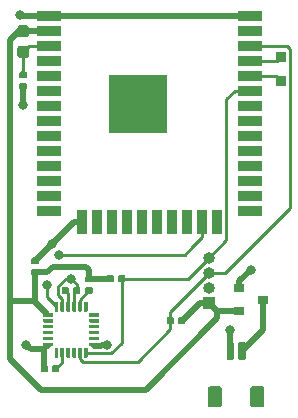
<source format=gbr>
G04 #@! TF.GenerationSoftware,KiCad,Pcbnew,(5.1.5)-3*
G04 #@! TF.CreationDate,2020-06-05T14:27:12-04:00*
G04 #@! TF.ProjectId,OSSC,4f535343-2e6b-4696-9361-645f70636258,rev?*
G04 #@! TF.SameCoordinates,Original*
G04 #@! TF.FileFunction,Copper,L1,Top*
G04 #@! TF.FilePolarity,Positive*
%FSLAX46Y46*%
G04 Gerber Fmt 4.6, Leading zero omitted, Abs format (unit mm)*
G04 Created by KiCad (PCBNEW (5.1.5)-3) date 2020-06-05 14:27:12*
%MOMM*%
%LPD*%
G04 APERTURE LIST*
%ADD10R,0.850000X0.850000*%
%ADD11C,0.100000*%
%ADD12O,1.000000X1.000000*%
%ADD13R,1.000000X1.000000*%
%ADD14R,2.000000X0.900000*%
%ADD15R,0.900000X2.000000*%
%ADD16R,5.000000X5.000000*%
%ADD17R,0.900000X0.800000*%
%ADD18C,0.800000*%
%ADD19C,0.500000*%
%ADD20C,0.250000*%
G04 APERTURE END LIST*
D10*
X91440000Y-61468000D03*
X91440000Y-59436000D03*
G04 #@! TA.AperFunction,SMDPad,CuDef*
D11*
G36*
X82226958Y-81468710D02*
G01*
X82241276Y-81470834D01*
X82255317Y-81474351D01*
X82268946Y-81479228D01*
X82282031Y-81485417D01*
X82294447Y-81492858D01*
X82306073Y-81501481D01*
X82316798Y-81511202D01*
X82326519Y-81521927D01*
X82335142Y-81533553D01*
X82342583Y-81545969D01*
X82348772Y-81559054D01*
X82353649Y-81572683D01*
X82357166Y-81586724D01*
X82359290Y-81601042D01*
X82360000Y-81615500D01*
X82360000Y-81960500D01*
X82359290Y-81974958D01*
X82357166Y-81989276D01*
X82353649Y-82003317D01*
X82348772Y-82016946D01*
X82342583Y-82030031D01*
X82335142Y-82042447D01*
X82326519Y-82054073D01*
X82316798Y-82064798D01*
X82306073Y-82074519D01*
X82294447Y-82083142D01*
X82282031Y-82090583D01*
X82268946Y-82096772D01*
X82255317Y-82101649D01*
X82241276Y-82105166D01*
X82226958Y-82107290D01*
X82212500Y-82108000D01*
X81917500Y-82108000D01*
X81903042Y-82107290D01*
X81888724Y-82105166D01*
X81874683Y-82101649D01*
X81861054Y-82096772D01*
X81847969Y-82090583D01*
X81835553Y-82083142D01*
X81823927Y-82074519D01*
X81813202Y-82064798D01*
X81803481Y-82054073D01*
X81794858Y-82042447D01*
X81787417Y-82030031D01*
X81781228Y-82016946D01*
X81776351Y-82003317D01*
X81772834Y-81989276D01*
X81770710Y-81974958D01*
X81770000Y-81960500D01*
X81770000Y-81615500D01*
X81770710Y-81601042D01*
X81772834Y-81586724D01*
X81776351Y-81572683D01*
X81781228Y-81559054D01*
X81787417Y-81545969D01*
X81794858Y-81533553D01*
X81803481Y-81521927D01*
X81813202Y-81511202D01*
X81823927Y-81501481D01*
X81835553Y-81492858D01*
X81847969Y-81485417D01*
X81861054Y-81479228D01*
X81874683Y-81474351D01*
X81888724Y-81470834D01*
X81903042Y-81468710D01*
X81917500Y-81468000D01*
X82212500Y-81468000D01*
X82226958Y-81468710D01*
G37*
G04 #@! TD.AperFunction*
G04 #@! TA.AperFunction,SMDPad,CuDef*
G36*
X83196958Y-81468710D02*
G01*
X83211276Y-81470834D01*
X83225317Y-81474351D01*
X83238946Y-81479228D01*
X83252031Y-81485417D01*
X83264447Y-81492858D01*
X83276073Y-81501481D01*
X83286798Y-81511202D01*
X83296519Y-81521927D01*
X83305142Y-81533553D01*
X83312583Y-81545969D01*
X83318772Y-81559054D01*
X83323649Y-81572683D01*
X83327166Y-81586724D01*
X83329290Y-81601042D01*
X83330000Y-81615500D01*
X83330000Y-81960500D01*
X83329290Y-81974958D01*
X83327166Y-81989276D01*
X83323649Y-82003317D01*
X83318772Y-82016946D01*
X83312583Y-82030031D01*
X83305142Y-82042447D01*
X83296519Y-82054073D01*
X83286798Y-82064798D01*
X83276073Y-82074519D01*
X83264447Y-82083142D01*
X83252031Y-82090583D01*
X83238946Y-82096772D01*
X83225317Y-82101649D01*
X83211276Y-82105166D01*
X83196958Y-82107290D01*
X83182500Y-82108000D01*
X82887500Y-82108000D01*
X82873042Y-82107290D01*
X82858724Y-82105166D01*
X82844683Y-82101649D01*
X82831054Y-82096772D01*
X82817969Y-82090583D01*
X82805553Y-82083142D01*
X82793927Y-82074519D01*
X82783202Y-82064798D01*
X82773481Y-82054073D01*
X82764858Y-82042447D01*
X82757417Y-82030031D01*
X82751228Y-82016946D01*
X82746351Y-82003317D01*
X82742834Y-81989276D01*
X82740710Y-81974958D01*
X82740000Y-81960500D01*
X82740000Y-81615500D01*
X82740710Y-81601042D01*
X82742834Y-81586724D01*
X82746351Y-81572683D01*
X82751228Y-81559054D01*
X82757417Y-81545969D01*
X82764858Y-81533553D01*
X82773481Y-81521927D01*
X82783202Y-81511202D01*
X82793927Y-81501481D01*
X82805553Y-81492858D01*
X82817969Y-81485417D01*
X82831054Y-81479228D01*
X82844683Y-81474351D01*
X82858724Y-81470834D01*
X82873042Y-81468710D01*
X82887500Y-81468000D01*
X83182500Y-81468000D01*
X83196958Y-81468710D01*
G37*
G04 #@! TD.AperFunction*
G04 #@! TA.AperFunction,SMDPad,CuDef*
G36*
X78116958Y-77912710D02*
G01*
X78131276Y-77914834D01*
X78145317Y-77918351D01*
X78158946Y-77923228D01*
X78172031Y-77929417D01*
X78184447Y-77936858D01*
X78196073Y-77945481D01*
X78206798Y-77955202D01*
X78216519Y-77965927D01*
X78225142Y-77977553D01*
X78232583Y-77989969D01*
X78238772Y-78003054D01*
X78243649Y-78016683D01*
X78247166Y-78030724D01*
X78249290Y-78045042D01*
X78250000Y-78059500D01*
X78250000Y-78404500D01*
X78249290Y-78418958D01*
X78247166Y-78433276D01*
X78243649Y-78447317D01*
X78238772Y-78460946D01*
X78232583Y-78474031D01*
X78225142Y-78486447D01*
X78216519Y-78498073D01*
X78206798Y-78508798D01*
X78196073Y-78518519D01*
X78184447Y-78527142D01*
X78172031Y-78534583D01*
X78158946Y-78540772D01*
X78145317Y-78545649D01*
X78131276Y-78549166D01*
X78116958Y-78551290D01*
X78102500Y-78552000D01*
X77807500Y-78552000D01*
X77793042Y-78551290D01*
X77778724Y-78549166D01*
X77764683Y-78545649D01*
X77751054Y-78540772D01*
X77737969Y-78534583D01*
X77725553Y-78527142D01*
X77713927Y-78518519D01*
X77703202Y-78508798D01*
X77693481Y-78498073D01*
X77684858Y-78486447D01*
X77677417Y-78474031D01*
X77671228Y-78460946D01*
X77666351Y-78447317D01*
X77662834Y-78433276D01*
X77660710Y-78418958D01*
X77660000Y-78404500D01*
X77660000Y-78059500D01*
X77660710Y-78045042D01*
X77662834Y-78030724D01*
X77666351Y-78016683D01*
X77671228Y-78003054D01*
X77677417Y-77989969D01*
X77684858Y-77977553D01*
X77693481Y-77965927D01*
X77703202Y-77955202D01*
X77713927Y-77945481D01*
X77725553Y-77936858D01*
X77737969Y-77929417D01*
X77751054Y-77923228D01*
X77764683Y-77918351D01*
X77778724Y-77914834D01*
X77793042Y-77912710D01*
X77807500Y-77912000D01*
X78102500Y-77912000D01*
X78116958Y-77912710D01*
G37*
G04 #@! TD.AperFunction*
G04 #@! TA.AperFunction,SMDPad,CuDef*
G36*
X77146958Y-77912710D02*
G01*
X77161276Y-77914834D01*
X77175317Y-77918351D01*
X77188946Y-77923228D01*
X77202031Y-77929417D01*
X77214447Y-77936858D01*
X77226073Y-77945481D01*
X77236798Y-77955202D01*
X77246519Y-77965927D01*
X77255142Y-77977553D01*
X77262583Y-77989969D01*
X77268772Y-78003054D01*
X77273649Y-78016683D01*
X77277166Y-78030724D01*
X77279290Y-78045042D01*
X77280000Y-78059500D01*
X77280000Y-78404500D01*
X77279290Y-78418958D01*
X77277166Y-78433276D01*
X77273649Y-78447317D01*
X77268772Y-78460946D01*
X77262583Y-78474031D01*
X77255142Y-78486447D01*
X77246519Y-78498073D01*
X77236798Y-78508798D01*
X77226073Y-78518519D01*
X77214447Y-78527142D01*
X77202031Y-78534583D01*
X77188946Y-78540772D01*
X77175317Y-78545649D01*
X77161276Y-78549166D01*
X77146958Y-78551290D01*
X77132500Y-78552000D01*
X76837500Y-78552000D01*
X76823042Y-78551290D01*
X76808724Y-78549166D01*
X76794683Y-78545649D01*
X76781054Y-78540772D01*
X76767969Y-78534583D01*
X76755553Y-78527142D01*
X76743927Y-78518519D01*
X76733202Y-78508798D01*
X76723481Y-78498073D01*
X76714858Y-78486447D01*
X76707417Y-78474031D01*
X76701228Y-78460946D01*
X76696351Y-78447317D01*
X76692834Y-78433276D01*
X76690710Y-78418958D01*
X76690000Y-78404500D01*
X76690000Y-78059500D01*
X76690710Y-78045042D01*
X76692834Y-78030724D01*
X76696351Y-78016683D01*
X76701228Y-78003054D01*
X76707417Y-77989969D01*
X76714858Y-77977553D01*
X76723481Y-77965927D01*
X76733202Y-77955202D01*
X76743927Y-77945481D01*
X76755553Y-77936858D01*
X76767969Y-77929417D01*
X76781054Y-77923228D01*
X76794683Y-77918351D01*
X76808724Y-77914834D01*
X76823042Y-77912710D01*
X76837500Y-77912000D01*
X77132500Y-77912000D01*
X77146958Y-77912710D01*
G37*
G04 #@! TD.AperFunction*
G04 #@! TA.AperFunction,SMDPad,CuDef*
G36*
X75370958Y-77960710D02*
G01*
X75385276Y-77962834D01*
X75399317Y-77966351D01*
X75412946Y-77971228D01*
X75426031Y-77977417D01*
X75438447Y-77984858D01*
X75450073Y-77993481D01*
X75460798Y-78003202D01*
X75470519Y-78013927D01*
X75479142Y-78025553D01*
X75486583Y-78037969D01*
X75492772Y-78051054D01*
X75497649Y-78064683D01*
X75501166Y-78078724D01*
X75503290Y-78093042D01*
X75504000Y-78107500D01*
X75504000Y-78402500D01*
X75503290Y-78416958D01*
X75501166Y-78431276D01*
X75497649Y-78445317D01*
X75492772Y-78458946D01*
X75486583Y-78472031D01*
X75479142Y-78484447D01*
X75470519Y-78496073D01*
X75460798Y-78506798D01*
X75450073Y-78516519D01*
X75438447Y-78525142D01*
X75426031Y-78532583D01*
X75412946Y-78538772D01*
X75399317Y-78543649D01*
X75385276Y-78547166D01*
X75370958Y-78549290D01*
X75356500Y-78550000D01*
X75011500Y-78550000D01*
X74997042Y-78549290D01*
X74982724Y-78547166D01*
X74968683Y-78543649D01*
X74955054Y-78538772D01*
X74941969Y-78532583D01*
X74929553Y-78525142D01*
X74917927Y-78516519D01*
X74907202Y-78506798D01*
X74897481Y-78496073D01*
X74888858Y-78484447D01*
X74881417Y-78472031D01*
X74875228Y-78458946D01*
X74870351Y-78445317D01*
X74866834Y-78431276D01*
X74864710Y-78416958D01*
X74864000Y-78402500D01*
X74864000Y-78107500D01*
X74864710Y-78093042D01*
X74866834Y-78078724D01*
X74870351Y-78064683D01*
X74875228Y-78051054D01*
X74881417Y-78037969D01*
X74888858Y-78025553D01*
X74897481Y-78013927D01*
X74907202Y-78003202D01*
X74917927Y-77993481D01*
X74929553Y-77984858D01*
X74941969Y-77977417D01*
X74955054Y-77971228D01*
X74968683Y-77966351D01*
X74982724Y-77962834D01*
X74997042Y-77960710D01*
X75011500Y-77960000D01*
X75356500Y-77960000D01*
X75370958Y-77960710D01*
G37*
G04 #@! TD.AperFunction*
G04 #@! TA.AperFunction,SMDPad,CuDef*
G36*
X75370958Y-78930710D02*
G01*
X75385276Y-78932834D01*
X75399317Y-78936351D01*
X75412946Y-78941228D01*
X75426031Y-78947417D01*
X75438447Y-78954858D01*
X75450073Y-78963481D01*
X75460798Y-78973202D01*
X75470519Y-78983927D01*
X75479142Y-78995553D01*
X75486583Y-79007969D01*
X75492772Y-79021054D01*
X75497649Y-79034683D01*
X75501166Y-79048724D01*
X75503290Y-79063042D01*
X75504000Y-79077500D01*
X75504000Y-79372500D01*
X75503290Y-79386958D01*
X75501166Y-79401276D01*
X75497649Y-79415317D01*
X75492772Y-79428946D01*
X75486583Y-79442031D01*
X75479142Y-79454447D01*
X75470519Y-79466073D01*
X75460798Y-79476798D01*
X75450073Y-79486519D01*
X75438447Y-79495142D01*
X75426031Y-79502583D01*
X75412946Y-79508772D01*
X75399317Y-79513649D01*
X75385276Y-79517166D01*
X75370958Y-79519290D01*
X75356500Y-79520000D01*
X75011500Y-79520000D01*
X74997042Y-79519290D01*
X74982724Y-79517166D01*
X74968683Y-79513649D01*
X74955054Y-79508772D01*
X74941969Y-79502583D01*
X74929553Y-79495142D01*
X74917927Y-79486519D01*
X74907202Y-79476798D01*
X74897481Y-79466073D01*
X74888858Y-79454447D01*
X74881417Y-79442031D01*
X74875228Y-79428946D01*
X74870351Y-79415317D01*
X74866834Y-79401276D01*
X74864710Y-79386958D01*
X74864000Y-79372500D01*
X74864000Y-79077500D01*
X74864710Y-79063042D01*
X74866834Y-79048724D01*
X74870351Y-79034683D01*
X74875228Y-79021054D01*
X74881417Y-79007969D01*
X74888858Y-78995553D01*
X74897481Y-78983927D01*
X74907202Y-78973202D01*
X74917927Y-78963481D01*
X74929553Y-78954858D01*
X74941969Y-78947417D01*
X74955054Y-78941228D01*
X74968683Y-78936351D01*
X74982724Y-78932834D01*
X74997042Y-78930710D01*
X75011500Y-78930000D01*
X75356500Y-78930000D01*
X75370958Y-78930710D01*
G37*
G04 #@! TD.AperFunction*
G04 #@! TA.AperFunction,SMDPad,CuDef*
G36*
X73336958Y-78928710D02*
G01*
X73351276Y-78930834D01*
X73365317Y-78934351D01*
X73378946Y-78939228D01*
X73392031Y-78945417D01*
X73404447Y-78952858D01*
X73416073Y-78961481D01*
X73426798Y-78971202D01*
X73436519Y-78981927D01*
X73445142Y-78993553D01*
X73452583Y-79005969D01*
X73458772Y-79019054D01*
X73463649Y-79032683D01*
X73467166Y-79046724D01*
X73469290Y-79061042D01*
X73470000Y-79075500D01*
X73470000Y-79420500D01*
X73469290Y-79434958D01*
X73467166Y-79449276D01*
X73463649Y-79463317D01*
X73458772Y-79476946D01*
X73452583Y-79490031D01*
X73445142Y-79502447D01*
X73436519Y-79514073D01*
X73426798Y-79524798D01*
X73416073Y-79534519D01*
X73404447Y-79543142D01*
X73392031Y-79550583D01*
X73378946Y-79556772D01*
X73365317Y-79561649D01*
X73351276Y-79565166D01*
X73336958Y-79567290D01*
X73322500Y-79568000D01*
X73027500Y-79568000D01*
X73013042Y-79567290D01*
X72998724Y-79565166D01*
X72984683Y-79561649D01*
X72971054Y-79556772D01*
X72957969Y-79550583D01*
X72945553Y-79543142D01*
X72933927Y-79534519D01*
X72923202Y-79524798D01*
X72913481Y-79514073D01*
X72904858Y-79502447D01*
X72897417Y-79490031D01*
X72891228Y-79476946D01*
X72886351Y-79463317D01*
X72882834Y-79449276D01*
X72880710Y-79434958D01*
X72880000Y-79420500D01*
X72880000Y-79075500D01*
X72880710Y-79061042D01*
X72882834Y-79046724D01*
X72886351Y-79032683D01*
X72891228Y-79019054D01*
X72897417Y-79005969D01*
X72904858Y-78993553D01*
X72913481Y-78981927D01*
X72923202Y-78971202D01*
X72933927Y-78961481D01*
X72945553Y-78952858D01*
X72957969Y-78945417D01*
X72971054Y-78939228D01*
X72984683Y-78934351D01*
X72998724Y-78930834D01*
X73013042Y-78928710D01*
X73027500Y-78928000D01*
X73322500Y-78928000D01*
X73336958Y-78928710D01*
G37*
G04 #@! TD.AperFunction*
G04 #@! TA.AperFunction,SMDPad,CuDef*
G36*
X74306958Y-78928710D02*
G01*
X74321276Y-78930834D01*
X74335317Y-78934351D01*
X74348946Y-78939228D01*
X74362031Y-78945417D01*
X74374447Y-78952858D01*
X74386073Y-78961481D01*
X74396798Y-78971202D01*
X74406519Y-78981927D01*
X74415142Y-78993553D01*
X74422583Y-79005969D01*
X74428772Y-79019054D01*
X74433649Y-79032683D01*
X74437166Y-79046724D01*
X74439290Y-79061042D01*
X74440000Y-79075500D01*
X74440000Y-79420500D01*
X74439290Y-79434958D01*
X74437166Y-79449276D01*
X74433649Y-79463317D01*
X74428772Y-79476946D01*
X74422583Y-79490031D01*
X74415142Y-79502447D01*
X74406519Y-79514073D01*
X74396798Y-79524798D01*
X74386073Y-79534519D01*
X74374447Y-79543142D01*
X74362031Y-79550583D01*
X74348946Y-79556772D01*
X74335317Y-79561649D01*
X74321276Y-79565166D01*
X74306958Y-79567290D01*
X74292500Y-79568000D01*
X73997500Y-79568000D01*
X73983042Y-79567290D01*
X73968724Y-79565166D01*
X73954683Y-79561649D01*
X73941054Y-79556772D01*
X73927969Y-79550583D01*
X73915553Y-79543142D01*
X73903927Y-79534519D01*
X73893202Y-79524798D01*
X73883481Y-79514073D01*
X73874858Y-79502447D01*
X73867417Y-79490031D01*
X73861228Y-79476946D01*
X73856351Y-79463317D01*
X73852834Y-79449276D01*
X73850710Y-79434958D01*
X73850000Y-79420500D01*
X73850000Y-79075500D01*
X73850710Y-79061042D01*
X73852834Y-79046724D01*
X73856351Y-79032683D01*
X73861228Y-79019054D01*
X73867417Y-79005969D01*
X73874858Y-78993553D01*
X73883481Y-78981927D01*
X73893202Y-78971202D01*
X73903927Y-78961481D01*
X73915553Y-78952858D01*
X73927969Y-78945417D01*
X73941054Y-78939228D01*
X73954683Y-78934351D01*
X73968724Y-78930834D01*
X73983042Y-78928710D01*
X73997500Y-78928000D01*
X74292500Y-78928000D01*
X74306958Y-78928710D01*
G37*
G04 #@! TD.AperFunction*
G04 #@! TA.AperFunction,SMDPad,CuDef*
G36*
X71558958Y-85532710D02*
G01*
X71573276Y-85534834D01*
X71587317Y-85538351D01*
X71600946Y-85543228D01*
X71614031Y-85549417D01*
X71626447Y-85556858D01*
X71638073Y-85565481D01*
X71648798Y-85575202D01*
X71658519Y-85585927D01*
X71667142Y-85597553D01*
X71674583Y-85609969D01*
X71680772Y-85623054D01*
X71685649Y-85636683D01*
X71689166Y-85650724D01*
X71691290Y-85665042D01*
X71692000Y-85679500D01*
X71692000Y-86024500D01*
X71691290Y-86038958D01*
X71689166Y-86053276D01*
X71685649Y-86067317D01*
X71680772Y-86080946D01*
X71674583Y-86094031D01*
X71667142Y-86106447D01*
X71658519Y-86118073D01*
X71648798Y-86128798D01*
X71638073Y-86138519D01*
X71626447Y-86147142D01*
X71614031Y-86154583D01*
X71600946Y-86160772D01*
X71587317Y-86165649D01*
X71573276Y-86169166D01*
X71558958Y-86171290D01*
X71544500Y-86172000D01*
X71249500Y-86172000D01*
X71235042Y-86171290D01*
X71220724Y-86169166D01*
X71206683Y-86165649D01*
X71193054Y-86160772D01*
X71179969Y-86154583D01*
X71167553Y-86147142D01*
X71155927Y-86138519D01*
X71145202Y-86128798D01*
X71135481Y-86118073D01*
X71126858Y-86106447D01*
X71119417Y-86094031D01*
X71113228Y-86080946D01*
X71108351Y-86067317D01*
X71104834Y-86053276D01*
X71102710Y-86038958D01*
X71102000Y-86024500D01*
X71102000Y-85679500D01*
X71102710Y-85665042D01*
X71104834Y-85650724D01*
X71108351Y-85636683D01*
X71113228Y-85623054D01*
X71119417Y-85609969D01*
X71126858Y-85597553D01*
X71135481Y-85585927D01*
X71145202Y-85575202D01*
X71155927Y-85565481D01*
X71167553Y-85556858D01*
X71179969Y-85549417D01*
X71193054Y-85543228D01*
X71206683Y-85538351D01*
X71220724Y-85534834D01*
X71235042Y-85532710D01*
X71249500Y-85532000D01*
X71544500Y-85532000D01*
X71558958Y-85532710D01*
G37*
G04 #@! TD.AperFunction*
G04 #@! TA.AperFunction,SMDPad,CuDef*
G36*
X72528958Y-85532710D02*
G01*
X72543276Y-85534834D01*
X72557317Y-85538351D01*
X72570946Y-85543228D01*
X72584031Y-85549417D01*
X72596447Y-85556858D01*
X72608073Y-85565481D01*
X72618798Y-85575202D01*
X72628519Y-85585927D01*
X72637142Y-85597553D01*
X72644583Y-85609969D01*
X72650772Y-85623054D01*
X72655649Y-85636683D01*
X72659166Y-85650724D01*
X72661290Y-85665042D01*
X72662000Y-85679500D01*
X72662000Y-86024500D01*
X72661290Y-86038958D01*
X72659166Y-86053276D01*
X72655649Y-86067317D01*
X72650772Y-86080946D01*
X72644583Y-86094031D01*
X72637142Y-86106447D01*
X72628519Y-86118073D01*
X72618798Y-86128798D01*
X72608073Y-86138519D01*
X72596447Y-86147142D01*
X72584031Y-86154583D01*
X72570946Y-86160772D01*
X72557317Y-86165649D01*
X72543276Y-86169166D01*
X72528958Y-86171290D01*
X72514500Y-86172000D01*
X72219500Y-86172000D01*
X72205042Y-86171290D01*
X72190724Y-86169166D01*
X72176683Y-86165649D01*
X72163054Y-86160772D01*
X72149969Y-86154583D01*
X72137553Y-86147142D01*
X72125927Y-86138519D01*
X72115202Y-86128798D01*
X72105481Y-86118073D01*
X72096858Y-86106447D01*
X72089417Y-86094031D01*
X72083228Y-86080946D01*
X72078351Y-86067317D01*
X72074834Y-86053276D01*
X72072710Y-86038958D01*
X72072000Y-86024500D01*
X72072000Y-85679500D01*
X72072710Y-85665042D01*
X72074834Y-85650724D01*
X72078351Y-85636683D01*
X72083228Y-85623054D01*
X72089417Y-85609969D01*
X72096858Y-85597553D01*
X72105481Y-85585927D01*
X72115202Y-85575202D01*
X72125927Y-85565481D01*
X72137553Y-85556858D01*
X72149969Y-85549417D01*
X72163054Y-85543228D01*
X72176683Y-85538351D01*
X72190724Y-85534834D01*
X72205042Y-85532710D01*
X72219500Y-85532000D01*
X72514500Y-85532000D01*
X72528958Y-85532710D01*
G37*
G04 #@! TD.AperFunction*
D12*
X85344000Y-76454000D03*
X85344000Y-77724000D03*
X85344000Y-78994000D03*
D13*
X85344000Y-80264000D03*
G04 #@! TA.AperFunction,SMDPad,CuDef*
D11*
G36*
X69856779Y-56753144D02*
G01*
X69879834Y-56756563D01*
X69902443Y-56762227D01*
X69924387Y-56770079D01*
X69945457Y-56780044D01*
X69965448Y-56792026D01*
X69984168Y-56805910D01*
X70001438Y-56821562D01*
X70017090Y-56838832D01*
X70030974Y-56857552D01*
X70042956Y-56877543D01*
X70052921Y-56898613D01*
X70060773Y-56920557D01*
X70066437Y-56943166D01*
X70069856Y-56966221D01*
X70071000Y-56989500D01*
X70071000Y-57564500D01*
X70069856Y-57587779D01*
X70066437Y-57610834D01*
X70060773Y-57633443D01*
X70052921Y-57655387D01*
X70042956Y-57676457D01*
X70030974Y-57696448D01*
X70017090Y-57715168D01*
X70001438Y-57732438D01*
X69984168Y-57748090D01*
X69965448Y-57761974D01*
X69945457Y-57773956D01*
X69924387Y-57783921D01*
X69902443Y-57791773D01*
X69879834Y-57797437D01*
X69856779Y-57800856D01*
X69833500Y-57802000D01*
X69358500Y-57802000D01*
X69335221Y-57800856D01*
X69312166Y-57797437D01*
X69289557Y-57791773D01*
X69267613Y-57783921D01*
X69246543Y-57773956D01*
X69226552Y-57761974D01*
X69207832Y-57748090D01*
X69190562Y-57732438D01*
X69174910Y-57715168D01*
X69161026Y-57696448D01*
X69149044Y-57676457D01*
X69139079Y-57655387D01*
X69131227Y-57633443D01*
X69125563Y-57610834D01*
X69122144Y-57587779D01*
X69121000Y-57564500D01*
X69121000Y-56989500D01*
X69122144Y-56966221D01*
X69125563Y-56943166D01*
X69131227Y-56920557D01*
X69139079Y-56898613D01*
X69149044Y-56877543D01*
X69161026Y-56857552D01*
X69174910Y-56838832D01*
X69190562Y-56821562D01*
X69207832Y-56805910D01*
X69226552Y-56792026D01*
X69246543Y-56780044D01*
X69267613Y-56770079D01*
X69289557Y-56762227D01*
X69312166Y-56756563D01*
X69335221Y-56753144D01*
X69358500Y-56752000D01*
X69833500Y-56752000D01*
X69856779Y-56753144D01*
G37*
G04 #@! TD.AperFunction*
G04 #@! TA.AperFunction,SMDPad,CuDef*
G36*
X69856779Y-58503144D02*
G01*
X69879834Y-58506563D01*
X69902443Y-58512227D01*
X69924387Y-58520079D01*
X69945457Y-58530044D01*
X69965448Y-58542026D01*
X69984168Y-58555910D01*
X70001438Y-58571562D01*
X70017090Y-58588832D01*
X70030974Y-58607552D01*
X70042956Y-58627543D01*
X70052921Y-58648613D01*
X70060773Y-58670557D01*
X70066437Y-58693166D01*
X70069856Y-58716221D01*
X70071000Y-58739500D01*
X70071000Y-59314500D01*
X70069856Y-59337779D01*
X70066437Y-59360834D01*
X70060773Y-59383443D01*
X70052921Y-59405387D01*
X70042956Y-59426457D01*
X70030974Y-59446448D01*
X70017090Y-59465168D01*
X70001438Y-59482438D01*
X69984168Y-59498090D01*
X69965448Y-59511974D01*
X69945457Y-59523956D01*
X69924387Y-59533921D01*
X69902443Y-59541773D01*
X69879834Y-59547437D01*
X69856779Y-59550856D01*
X69833500Y-59552000D01*
X69358500Y-59552000D01*
X69335221Y-59550856D01*
X69312166Y-59547437D01*
X69289557Y-59541773D01*
X69267613Y-59533921D01*
X69246543Y-59523956D01*
X69226552Y-59511974D01*
X69207832Y-59498090D01*
X69190562Y-59482438D01*
X69174910Y-59465168D01*
X69161026Y-59446448D01*
X69149044Y-59426457D01*
X69139079Y-59405387D01*
X69131227Y-59383443D01*
X69125563Y-59360834D01*
X69122144Y-59337779D01*
X69121000Y-59314500D01*
X69121000Y-58739500D01*
X69122144Y-58716221D01*
X69125563Y-58693166D01*
X69131227Y-58670557D01*
X69139079Y-58648613D01*
X69149044Y-58627543D01*
X69161026Y-58607552D01*
X69174910Y-58588832D01*
X69190562Y-58571562D01*
X69207832Y-58555910D01*
X69226552Y-58542026D01*
X69246543Y-58530044D01*
X69267613Y-58520079D01*
X69289557Y-58512227D01*
X69312166Y-58506563D01*
X69335221Y-58503144D01*
X69358500Y-58502000D01*
X69833500Y-58502000D01*
X69856779Y-58503144D01*
G37*
G04 #@! TD.AperFunction*
G04 #@! TA.AperFunction,SMDPad,CuDef*
G36*
X69782958Y-60688710D02*
G01*
X69797276Y-60690834D01*
X69811317Y-60694351D01*
X69824946Y-60699228D01*
X69838031Y-60705417D01*
X69850447Y-60712858D01*
X69862073Y-60721481D01*
X69872798Y-60731202D01*
X69882519Y-60741927D01*
X69891142Y-60753553D01*
X69898583Y-60765969D01*
X69904772Y-60779054D01*
X69909649Y-60792683D01*
X69913166Y-60806724D01*
X69915290Y-60821042D01*
X69916000Y-60835500D01*
X69916000Y-61130500D01*
X69915290Y-61144958D01*
X69913166Y-61159276D01*
X69909649Y-61173317D01*
X69904772Y-61186946D01*
X69898583Y-61200031D01*
X69891142Y-61212447D01*
X69882519Y-61224073D01*
X69872798Y-61234798D01*
X69862073Y-61244519D01*
X69850447Y-61253142D01*
X69838031Y-61260583D01*
X69824946Y-61266772D01*
X69811317Y-61271649D01*
X69797276Y-61275166D01*
X69782958Y-61277290D01*
X69768500Y-61278000D01*
X69423500Y-61278000D01*
X69409042Y-61277290D01*
X69394724Y-61275166D01*
X69380683Y-61271649D01*
X69367054Y-61266772D01*
X69353969Y-61260583D01*
X69341553Y-61253142D01*
X69329927Y-61244519D01*
X69319202Y-61234798D01*
X69309481Y-61224073D01*
X69300858Y-61212447D01*
X69293417Y-61200031D01*
X69287228Y-61186946D01*
X69282351Y-61173317D01*
X69278834Y-61159276D01*
X69276710Y-61144958D01*
X69276000Y-61130500D01*
X69276000Y-60835500D01*
X69276710Y-60821042D01*
X69278834Y-60806724D01*
X69282351Y-60792683D01*
X69287228Y-60779054D01*
X69293417Y-60765969D01*
X69300858Y-60753553D01*
X69309481Y-60741927D01*
X69319202Y-60731202D01*
X69329927Y-60721481D01*
X69341553Y-60712858D01*
X69353969Y-60705417D01*
X69367054Y-60699228D01*
X69380683Y-60694351D01*
X69394724Y-60690834D01*
X69409042Y-60688710D01*
X69423500Y-60688000D01*
X69768500Y-60688000D01*
X69782958Y-60688710D01*
G37*
G04 #@! TD.AperFunction*
G04 #@! TA.AperFunction,SMDPad,CuDef*
G36*
X69782958Y-61658710D02*
G01*
X69797276Y-61660834D01*
X69811317Y-61664351D01*
X69824946Y-61669228D01*
X69838031Y-61675417D01*
X69850447Y-61682858D01*
X69862073Y-61691481D01*
X69872798Y-61701202D01*
X69882519Y-61711927D01*
X69891142Y-61723553D01*
X69898583Y-61735969D01*
X69904772Y-61749054D01*
X69909649Y-61762683D01*
X69913166Y-61776724D01*
X69915290Y-61791042D01*
X69916000Y-61805500D01*
X69916000Y-62100500D01*
X69915290Y-62114958D01*
X69913166Y-62129276D01*
X69909649Y-62143317D01*
X69904772Y-62156946D01*
X69898583Y-62170031D01*
X69891142Y-62182447D01*
X69882519Y-62194073D01*
X69872798Y-62204798D01*
X69862073Y-62214519D01*
X69850447Y-62223142D01*
X69838031Y-62230583D01*
X69824946Y-62236772D01*
X69811317Y-62241649D01*
X69797276Y-62245166D01*
X69782958Y-62247290D01*
X69768500Y-62248000D01*
X69423500Y-62248000D01*
X69409042Y-62247290D01*
X69394724Y-62245166D01*
X69380683Y-62241649D01*
X69367054Y-62236772D01*
X69353969Y-62230583D01*
X69341553Y-62223142D01*
X69329927Y-62214519D01*
X69319202Y-62204798D01*
X69309481Y-62194073D01*
X69300858Y-62182447D01*
X69293417Y-62170031D01*
X69287228Y-62156946D01*
X69282351Y-62143317D01*
X69278834Y-62129276D01*
X69276710Y-62114958D01*
X69276000Y-62100500D01*
X69276000Y-61805500D01*
X69276710Y-61791042D01*
X69278834Y-61776724D01*
X69282351Y-61762683D01*
X69287228Y-61749054D01*
X69293417Y-61735969D01*
X69300858Y-61723553D01*
X69309481Y-61711927D01*
X69319202Y-61701202D01*
X69329927Y-61691481D01*
X69341553Y-61682858D01*
X69353969Y-61675417D01*
X69367054Y-61669228D01*
X69380683Y-61664351D01*
X69394724Y-61660834D01*
X69409042Y-61658710D01*
X69423500Y-61658000D01*
X69768500Y-61658000D01*
X69782958Y-61658710D01*
G37*
G04 #@! TD.AperFunction*
G04 #@! TA.AperFunction,SMDPad,CuDef*
G36*
X70798958Y-76436710D02*
G01*
X70813276Y-76438834D01*
X70827317Y-76442351D01*
X70840946Y-76447228D01*
X70854031Y-76453417D01*
X70866447Y-76460858D01*
X70878073Y-76469481D01*
X70888798Y-76479202D01*
X70898519Y-76489927D01*
X70907142Y-76501553D01*
X70914583Y-76513969D01*
X70920772Y-76527054D01*
X70925649Y-76540683D01*
X70929166Y-76554724D01*
X70931290Y-76569042D01*
X70932000Y-76583500D01*
X70932000Y-76878500D01*
X70931290Y-76892958D01*
X70929166Y-76907276D01*
X70925649Y-76921317D01*
X70920772Y-76934946D01*
X70914583Y-76948031D01*
X70907142Y-76960447D01*
X70898519Y-76972073D01*
X70888798Y-76982798D01*
X70878073Y-76992519D01*
X70866447Y-77001142D01*
X70854031Y-77008583D01*
X70840946Y-77014772D01*
X70827317Y-77019649D01*
X70813276Y-77023166D01*
X70798958Y-77025290D01*
X70784500Y-77026000D01*
X70439500Y-77026000D01*
X70425042Y-77025290D01*
X70410724Y-77023166D01*
X70396683Y-77019649D01*
X70383054Y-77014772D01*
X70369969Y-77008583D01*
X70357553Y-77001142D01*
X70345927Y-76992519D01*
X70335202Y-76982798D01*
X70325481Y-76972073D01*
X70316858Y-76960447D01*
X70309417Y-76948031D01*
X70303228Y-76934946D01*
X70298351Y-76921317D01*
X70294834Y-76907276D01*
X70292710Y-76892958D01*
X70292000Y-76878500D01*
X70292000Y-76583500D01*
X70292710Y-76569042D01*
X70294834Y-76554724D01*
X70298351Y-76540683D01*
X70303228Y-76527054D01*
X70309417Y-76513969D01*
X70316858Y-76501553D01*
X70325481Y-76489927D01*
X70335202Y-76479202D01*
X70345927Y-76469481D01*
X70357553Y-76460858D01*
X70369969Y-76453417D01*
X70383054Y-76447228D01*
X70396683Y-76442351D01*
X70410724Y-76438834D01*
X70425042Y-76436710D01*
X70439500Y-76436000D01*
X70784500Y-76436000D01*
X70798958Y-76436710D01*
G37*
G04 #@! TD.AperFunction*
G04 #@! TA.AperFunction,SMDPad,CuDef*
G36*
X70798958Y-77406710D02*
G01*
X70813276Y-77408834D01*
X70827317Y-77412351D01*
X70840946Y-77417228D01*
X70854031Y-77423417D01*
X70866447Y-77430858D01*
X70878073Y-77439481D01*
X70888798Y-77449202D01*
X70898519Y-77459927D01*
X70907142Y-77471553D01*
X70914583Y-77483969D01*
X70920772Y-77497054D01*
X70925649Y-77510683D01*
X70929166Y-77524724D01*
X70931290Y-77539042D01*
X70932000Y-77553500D01*
X70932000Y-77848500D01*
X70931290Y-77862958D01*
X70929166Y-77877276D01*
X70925649Y-77891317D01*
X70920772Y-77904946D01*
X70914583Y-77918031D01*
X70907142Y-77930447D01*
X70898519Y-77942073D01*
X70888798Y-77952798D01*
X70878073Y-77962519D01*
X70866447Y-77971142D01*
X70854031Y-77978583D01*
X70840946Y-77984772D01*
X70827317Y-77989649D01*
X70813276Y-77993166D01*
X70798958Y-77995290D01*
X70784500Y-77996000D01*
X70439500Y-77996000D01*
X70425042Y-77995290D01*
X70410724Y-77993166D01*
X70396683Y-77989649D01*
X70383054Y-77984772D01*
X70369969Y-77978583D01*
X70357553Y-77971142D01*
X70345927Y-77962519D01*
X70335202Y-77952798D01*
X70325481Y-77942073D01*
X70316858Y-77930447D01*
X70309417Y-77918031D01*
X70303228Y-77904946D01*
X70298351Y-77891317D01*
X70294834Y-77877276D01*
X70292710Y-77862958D01*
X70292000Y-77848500D01*
X70292000Y-77553500D01*
X70292710Y-77539042D01*
X70294834Y-77524724D01*
X70298351Y-77510683D01*
X70303228Y-77497054D01*
X70309417Y-77483969D01*
X70316858Y-77471553D01*
X70325481Y-77459927D01*
X70335202Y-77449202D01*
X70345927Y-77439481D01*
X70357553Y-77430858D01*
X70369969Y-77423417D01*
X70383054Y-77417228D01*
X70396683Y-77412351D01*
X70410724Y-77408834D01*
X70425042Y-77406710D01*
X70439500Y-77406000D01*
X70784500Y-77406000D01*
X70798958Y-77406710D01*
G37*
G04 #@! TD.AperFunction*
G04 #@! TA.AperFunction,SMDPad,CuDef*
G36*
X74992351Y-84075361D02*
G01*
X74999632Y-84076441D01*
X75006771Y-84078229D01*
X75013701Y-84080709D01*
X75020355Y-84083856D01*
X75026668Y-84087640D01*
X75032579Y-84092024D01*
X75038033Y-84096967D01*
X75042976Y-84102421D01*
X75047360Y-84108332D01*
X75051144Y-84114645D01*
X75054291Y-84121299D01*
X75056771Y-84128229D01*
X75058559Y-84135368D01*
X75059639Y-84142649D01*
X75060000Y-84150000D01*
X75060000Y-84850000D01*
X75059639Y-84857351D01*
X75058559Y-84864632D01*
X75056771Y-84871771D01*
X75054291Y-84878701D01*
X75051144Y-84885355D01*
X75047360Y-84891668D01*
X75042976Y-84897579D01*
X75038033Y-84903033D01*
X75032579Y-84907976D01*
X75026668Y-84912360D01*
X75020355Y-84916144D01*
X75013701Y-84919291D01*
X75006771Y-84921771D01*
X74999632Y-84923559D01*
X74992351Y-84924639D01*
X74985000Y-84925000D01*
X74835000Y-84925000D01*
X74827649Y-84924639D01*
X74820368Y-84923559D01*
X74813229Y-84921771D01*
X74806299Y-84919291D01*
X74799645Y-84916144D01*
X74793332Y-84912360D01*
X74787421Y-84907976D01*
X74781967Y-84903033D01*
X74777024Y-84897579D01*
X74772640Y-84891668D01*
X74768856Y-84885355D01*
X74765709Y-84878701D01*
X74763229Y-84871771D01*
X74761441Y-84864632D01*
X74760361Y-84857351D01*
X74760000Y-84850000D01*
X74760000Y-84150000D01*
X74760361Y-84142649D01*
X74761441Y-84135368D01*
X74763229Y-84128229D01*
X74765709Y-84121299D01*
X74768856Y-84114645D01*
X74772640Y-84108332D01*
X74777024Y-84102421D01*
X74781967Y-84096967D01*
X74787421Y-84092024D01*
X74793332Y-84087640D01*
X74799645Y-84083856D01*
X74806299Y-84080709D01*
X74813229Y-84078229D01*
X74820368Y-84076441D01*
X74827649Y-84075361D01*
X74835000Y-84075000D01*
X74985000Y-84075000D01*
X74992351Y-84075361D01*
G37*
G04 #@! TD.AperFunction*
G04 #@! TA.AperFunction,SMDPad,CuDef*
G36*
X74492351Y-84075361D02*
G01*
X74499632Y-84076441D01*
X74506771Y-84078229D01*
X74513701Y-84080709D01*
X74520355Y-84083856D01*
X74526668Y-84087640D01*
X74532579Y-84092024D01*
X74538033Y-84096967D01*
X74542976Y-84102421D01*
X74547360Y-84108332D01*
X74551144Y-84114645D01*
X74554291Y-84121299D01*
X74556771Y-84128229D01*
X74558559Y-84135368D01*
X74559639Y-84142649D01*
X74560000Y-84150000D01*
X74560000Y-84850000D01*
X74559639Y-84857351D01*
X74558559Y-84864632D01*
X74556771Y-84871771D01*
X74554291Y-84878701D01*
X74551144Y-84885355D01*
X74547360Y-84891668D01*
X74542976Y-84897579D01*
X74538033Y-84903033D01*
X74532579Y-84907976D01*
X74526668Y-84912360D01*
X74520355Y-84916144D01*
X74513701Y-84919291D01*
X74506771Y-84921771D01*
X74499632Y-84923559D01*
X74492351Y-84924639D01*
X74485000Y-84925000D01*
X74335000Y-84925000D01*
X74327649Y-84924639D01*
X74320368Y-84923559D01*
X74313229Y-84921771D01*
X74306299Y-84919291D01*
X74299645Y-84916144D01*
X74293332Y-84912360D01*
X74287421Y-84907976D01*
X74281967Y-84903033D01*
X74277024Y-84897579D01*
X74272640Y-84891668D01*
X74268856Y-84885355D01*
X74265709Y-84878701D01*
X74263229Y-84871771D01*
X74261441Y-84864632D01*
X74260361Y-84857351D01*
X74260000Y-84850000D01*
X74260000Y-84150000D01*
X74260361Y-84142649D01*
X74261441Y-84135368D01*
X74263229Y-84128229D01*
X74265709Y-84121299D01*
X74268856Y-84114645D01*
X74272640Y-84108332D01*
X74277024Y-84102421D01*
X74281967Y-84096967D01*
X74287421Y-84092024D01*
X74293332Y-84087640D01*
X74299645Y-84083856D01*
X74306299Y-84080709D01*
X74313229Y-84078229D01*
X74320368Y-84076441D01*
X74327649Y-84075361D01*
X74335000Y-84075000D01*
X74485000Y-84075000D01*
X74492351Y-84075361D01*
G37*
G04 #@! TD.AperFunction*
G04 #@! TA.AperFunction,SMDPad,CuDef*
G36*
X73992351Y-84075361D02*
G01*
X73999632Y-84076441D01*
X74006771Y-84078229D01*
X74013701Y-84080709D01*
X74020355Y-84083856D01*
X74026668Y-84087640D01*
X74032579Y-84092024D01*
X74038033Y-84096967D01*
X74042976Y-84102421D01*
X74047360Y-84108332D01*
X74051144Y-84114645D01*
X74054291Y-84121299D01*
X74056771Y-84128229D01*
X74058559Y-84135368D01*
X74059639Y-84142649D01*
X74060000Y-84150000D01*
X74060000Y-84850000D01*
X74059639Y-84857351D01*
X74058559Y-84864632D01*
X74056771Y-84871771D01*
X74054291Y-84878701D01*
X74051144Y-84885355D01*
X74047360Y-84891668D01*
X74042976Y-84897579D01*
X74038033Y-84903033D01*
X74032579Y-84907976D01*
X74026668Y-84912360D01*
X74020355Y-84916144D01*
X74013701Y-84919291D01*
X74006771Y-84921771D01*
X73999632Y-84923559D01*
X73992351Y-84924639D01*
X73985000Y-84925000D01*
X73835000Y-84925000D01*
X73827649Y-84924639D01*
X73820368Y-84923559D01*
X73813229Y-84921771D01*
X73806299Y-84919291D01*
X73799645Y-84916144D01*
X73793332Y-84912360D01*
X73787421Y-84907976D01*
X73781967Y-84903033D01*
X73777024Y-84897579D01*
X73772640Y-84891668D01*
X73768856Y-84885355D01*
X73765709Y-84878701D01*
X73763229Y-84871771D01*
X73761441Y-84864632D01*
X73760361Y-84857351D01*
X73760000Y-84850000D01*
X73760000Y-84150000D01*
X73760361Y-84142649D01*
X73761441Y-84135368D01*
X73763229Y-84128229D01*
X73765709Y-84121299D01*
X73768856Y-84114645D01*
X73772640Y-84108332D01*
X73777024Y-84102421D01*
X73781967Y-84096967D01*
X73787421Y-84092024D01*
X73793332Y-84087640D01*
X73799645Y-84083856D01*
X73806299Y-84080709D01*
X73813229Y-84078229D01*
X73820368Y-84076441D01*
X73827649Y-84075361D01*
X73835000Y-84075000D01*
X73985000Y-84075000D01*
X73992351Y-84075361D01*
G37*
G04 #@! TD.AperFunction*
G04 #@! TA.AperFunction,SMDPad,CuDef*
G36*
X73492351Y-84075361D02*
G01*
X73499632Y-84076441D01*
X73506771Y-84078229D01*
X73513701Y-84080709D01*
X73520355Y-84083856D01*
X73526668Y-84087640D01*
X73532579Y-84092024D01*
X73538033Y-84096967D01*
X73542976Y-84102421D01*
X73547360Y-84108332D01*
X73551144Y-84114645D01*
X73554291Y-84121299D01*
X73556771Y-84128229D01*
X73558559Y-84135368D01*
X73559639Y-84142649D01*
X73560000Y-84150000D01*
X73560000Y-84850000D01*
X73559639Y-84857351D01*
X73558559Y-84864632D01*
X73556771Y-84871771D01*
X73554291Y-84878701D01*
X73551144Y-84885355D01*
X73547360Y-84891668D01*
X73542976Y-84897579D01*
X73538033Y-84903033D01*
X73532579Y-84907976D01*
X73526668Y-84912360D01*
X73520355Y-84916144D01*
X73513701Y-84919291D01*
X73506771Y-84921771D01*
X73499632Y-84923559D01*
X73492351Y-84924639D01*
X73485000Y-84925000D01*
X73335000Y-84925000D01*
X73327649Y-84924639D01*
X73320368Y-84923559D01*
X73313229Y-84921771D01*
X73306299Y-84919291D01*
X73299645Y-84916144D01*
X73293332Y-84912360D01*
X73287421Y-84907976D01*
X73281967Y-84903033D01*
X73277024Y-84897579D01*
X73272640Y-84891668D01*
X73268856Y-84885355D01*
X73265709Y-84878701D01*
X73263229Y-84871771D01*
X73261441Y-84864632D01*
X73260361Y-84857351D01*
X73260000Y-84850000D01*
X73260000Y-84150000D01*
X73260361Y-84142649D01*
X73261441Y-84135368D01*
X73263229Y-84128229D01*
X73265709Y-84121299D01*
X73268856Y-84114645D01*
X73272640Y-84108332D01*
X73277024Y-84102421D01*
X73281967Y-84096967D01*
X73287421Y-84092024D01*
X73293332Y-84087640D01*
X73299645Y-84083856D01*
X73306299Y-84080709D01*
X73313229Y-84078229D01*
X73320368Y-84076441D01*
X73327649Y-84075361D01*
X73335000Y-84075000D01*
X73485000Y-84075000D01*
X73492351Y-84075361D01*
G37*
G04 #@! TD.AperFunction*
G04 #@! TA.AperFunction,SMDPad,CuDef*
G36*
X72992351Y-84075361D02*
G01*
X72999632Y-84076441D01*
X73006771Y-84078229D01*
X73013701Y-84080709D01*
X73020355Y-84083856D01*
X73026668Y-84087640D01*
X73032579Y-84092024D01*
X73038033Y-84096967D01*
X73042976Y-84102421D01*
X73047360Y-84108332D01*
X73051144Y-84114645D01*
X73054291Y-84121299D01*
X73056771Y-84128229D01*
X73058559Y-84135368D01*
X73059639Y-84142649D01*
X73060000Y-84150000D01*
X73060000Y-84850000D01*
X73059639Y-84857351D01*
X73058559Y-84864632D01*
X73056771Y-84871771D01*
X73054291Y-84878701D01*
X73051144Y-84885355D01*
X73047360Y-84891668D01*
X73042976Y-84897579D01*
X73038033Y-84903033D01*
X73032579Y-84907976D01*
X73026668Y-84912360D01*
X73020355Y-84916144D01*
X73013701Y-84919291D01*
X73006771Y-84921771D01*
X72999632Y-84923559D01*
X72992351Y-84924639D01*
X72985000Y-84925000D01*
X72835000Y-84925000D01*
X72827649Y-84924639D01*
X72820368Y-84923559D01*
X72813229Y-84921771D01*
X72806299Y-84919291D01*
X72799645Y-84916144D01*
X72793332Y-84912360D01*
X72787421Y-84907976D01*
X72781967Y-84903033D01*
X72777024Y-84897579D01*
X72772640Y-84891668D01*
X72768856Y-84885355D01*
X72765709Y-84878701D01*
X72763229Y-84871771D01*
X72761441Y-84864632D01*
X72760361Y-84857351D01*
X72760000Y-84850000D01*
X72760000Y-84150000D01*
X72760361Y-84142649D01*
X72761441Y-84135368D01*
X72763229Y-84128229D01*
X72765709Y-84121299D01*
X72768856Y-84114645D01*
X72772640Y-84108332D01*
X72777024Y-84102421D01*
X72781967Y-84096967D01*
X72787421Y-84092024D01*
X72793332Y-84087640D01*
X72799645Y-84083856D01*
X72806299Y-84080709D01*
X72813229Y-84078229D01*
X72820368Y-84076441D01*
X72827649Y-84075361D01*
X72835000Y-84075000D01*
X72985000Y-84075000D01*
X72992351Y-84075361D01*
G37*
G04 #@! TD.AperFunction*
G04 #@! TA.AperFunction,SMDPad,CuDef*
G36*
X72492351Y-84075361D02*
G01*
X72499632Y-84076441D01*
X72506771Y-84078229D01*
X72513701Y-84080709D01*
X72520355Y-84083856D01*
X72526668Y-84087640D01*
X72532579Y-84092024D01*
X72538033Y-84096967D01*
X72542976Y-84102421D01*
X72547360Y-84108332D01*
X72551144Y-84114645D01*
X72554291Y-84121299D01*
X72556771Y-84128229D01*
X72558559Y-84135368D01*
X72559639Y-84142649D01*
X72560000Y-84150000D01*
X72560000Y-84850000D01*
X72559639Y-84857351D01*
X72558559Y-84864632D01*
X72556771Y-84871771D01*
X72554291Y-84878701D01*
X72551144Y-84885355D01*
X72547360Y-84891668D01*
X72542976Y-84897579D01*
X72538033Y-84903033D01*
X72532579Y-84907976D01*
X72526668Y-84912360D01*
X72520355Y-84916144D01*
X72513701Y-84919291D01*
X72506771Y-84921771D01*
X72499632Y-84923559D01*
X72492351Y-84924639D01*
X72485000Y-84925000D01*
X72335000Y-84925000D01*
X72327649Y-84924639D01*
X72320368Y-84923559D01*
X72313229Y-84921771D01*
X72306299Y-84919291D01*
X72299645Y-84916144D01*
X72293332Y-84912360D01*
X72287421Y-84907976D01*
X72281967Y-84903033D01*
X72277024Y-84897579D01*
X72272640Y-84891668D01*
X72268856Y-84885355D01*
X72265709Y-84878701D01*
X72263229Y-84871771D01*
X72261441Y-84864632D01*
X72260361Y-84857351D01*
X72260000Y-84850000D01*
X72260000Y-84150000D01*
X72260361Y-84142649D01*
X72261441Y-84135368D01*
X72263229Y-84128229D01*
X72265709Y-84121299D01*
X72268856Y-84114645D01*
X72272640Y-84108332D01*
X72277024Y-84102421D01*
X72281967Y-84096967D01*
X72287421Y-84092024D01*
X72293332Y-84087640D01*
X72299645Y-84083856D01*
X72306299Y-84080709D01*
X72313229Y-84078229D01*
X72320368Y-84076441D01*
X72327649Y-84075361D01*
X72335000Y-84075000D01*
X72485000Y-84075000D01*
X72492351Y-84075361D01*
G37*
G04 #@! TD.AperFunction*
G04 #@! TA.AperFunction,SMDPad,CuDef*
G36*
X72067351Y-83650361D02*
G01*
X72074632Y-83651441D01*
X72081771Y-83653229D01*
X72088701Y-83655709D01*
X72095355Y-83658856D01*
X72101668Y-83662640D01*
X72107579Y-83667024D01*
X72113033Y-83671967D01*
X72117976Y-83677421D01*
X72122360Y-83683332D01*
X72126144Y-83689645D01*
X72129291Y-83696299D01*
X72131771Y-83703229D01*
X72133559Y-83710368D01*
X72134639Y-83717649D01*
X72135000Y-83725000D01*
X72135000Y-83875000D01*
X72134639Y-83882351D01*
X72133559Y-83889632D01*
X72131771Y-83896771D01*
X72129291Y-83903701D01*
X72126144Y-83910355D01*
X72122360Y-83916668D01*
X72117976Y-83922579D01*
X72113033Y-83928033D01*
X72107579Y-83932976D01*
X72101668Y-83937360D01*
X72095355Y-83941144D01*
X72088701Y-83944291D01*
X72081771Y-83946771D01*
X72074632Y-83948559D01*
X72067351Y-83949639D01*
X72060000Y-83950000D01*
X71360000Y-83950000D01*
X71352649Y-83949639D01*
X71345368Y-83948559D01*
X71338229Y-83946771D01*
X71331299Y-83944291D01*
X71324645Y-83941144D01*
X71318332Y-83937360D01*
X71312421Y-83932976D01*
X71306967Y-83928033D01*
X71302024Y-83922579D01*
X71297640Y-83916668D01*
X71293856Y-83910355D01*
X71290709Y-83903701D01*
X71288229Y-83896771D01*
X71286441Y-83889632D01*
X71285361Y-83882351D01*
X71285000Y-83875000D01*
X71285000Y-83725000D01*
X71285361Y-83717649D01*
X71286441Y-83710368D01*
X71288229Y-83703229D01*
X71290709Y-83696299D01*
X71293856Y-83689645D01*
X71297640Y-83683332D01*
X71302024Y-83677421D01*
X71306967Y-83671967D01*
X71312421Y-83667024D01*
X71318332Y-83662640D01*
X71324645Y-83658856D01*
X71331299Y-83655709D01*
X71338229Y-83653229D01*
X71345368Y-83651441D01*
X71352649Y-83650361D01*
X71360000Y-83650000D01*
X72060000Y-83650000D01*
X72067351Y-83650361D01*
G37*
G04 #@! TD.AperFunction*
G04 #@! TA.AperFunction,SMDPad,CuDef*
G36*
X72067351Y-83150361D02*
G01*
X72074632Y-83151441D01*
X72081771Y-83153229D01*
X72088701Y-83155709D01*
X72095355Y-83158856D01*
X72101668Y-83162640D01*
X72107579Y-83167024D01*
X72113033Y-83171967D01*
X72117976Y-83177421D01*
X72122360Y-83183332D01*
X72126144Y-83189645D01*
X72129291Y-83196299D01*
X72131771Y-83203229D01*
X72133559Y-83210368D01*
X72134639Y-83217649D01*
X72135000Y-83225000D01*
X72135000Y-83375000D01*
X72134639Y-83382351D01*
X72133559Y-83389632D01*
X72131771Y-83396771D01*
X72129291Y-83403701D01*
X72126144Y-83410355D01*
X72122360Y-83416668D01*
X72117976Y-83422579D01*
X72113033Y-83428033D01*
X72107579Y-83432976D01*
X72101668Y-83437360D01*
X72095355Y-83441144D01*
X72088701Y-83444291D01*
X72081771Y-83446771D01*
X72074632Y-83448559D01*
X72067351Y-83449639D01*
X72060000Y-83450000D01*
X71360000Y-83450000D01*
X71352649Y-83449639D01*
X71345368Y-83448559D01*
X71338229Y-83446771D01*
X71331299Y-83444291D01*
X71324645Y-83441144D01*
X71318332Y-83437360D01*
X71312421Y-83432976D01*
X71306967Y-83428033D01*
X71302024Y-83422579D01*
X71297640Y-83416668D01*
X71293856Y-83410355D01*
X71290709Y-83403701D01*
X71288229Y-83396771D01*
X71286441Y-83389632D01*
X71285361Y-83382351D01*
X71285000Y-83375000D01*
X71285000Y-83225000D01*
X71285361Y-83217649D01*
X71286441Y-83210368D01*
X71288229Y-83203229D01*
X71290709Y-83196299D01*
X71293856Y-83189645D01*
X71297640Y-83183332D01*
X71302024Y-83177421D01*
X71306967Y-83171967D01*
X71312421Y-83167024D01*
X71318332Y-83162640D01*
X71324645Y-83158856D01*
X71331299Y-83155709D01*
X71338229Y-83153229D01*
X71345368Y-83151441D01*
X71352649Y-83150361D01*
X71360000Y-83150000D01*
X72060000Y-83150000D01*
X72067351Y-83150361D01*
G37*
G04 #@! TD.AperFunction*
G04 #@! TA.AperFunction,SMDPad,CuDef*
G36*
X72067351Y-82650361D02*
G01*
X72074632Y-82651441D01*
X72081771Y-82653229D01*
X72088701Y-82655709D01*
X72095355Y-82658856D01*
X72101668Y-82662640D01*
X72107579Y-82667024D01*
X72113033Y-82671967D01*
X72117976Y-82677421D01*
X72122360Y-82683332D01*
X72126144Y-82689645D01*
X72129291Y-82696299D01*
X72131771Y-82703229D01*
X72133559Y-82710368D01*
X72134639Y-82717649D01*
X72135000Y-82725000D01*
X72135000Y-82875000D01*
X72134639Y-82882351D01*
X72133559Y-82889632D01*
X72131771Y-82896771D01*
X72129291Y-82903701D01*
X72126144Y-82910355D01*
X72122360Y-82916668D01*
X72117976Y-82922579D01*
X72113033Y-82928033D01*
X72107579Y-82932976D01*
X72101668Y-82937360D01*
X72095355Y-82941144D01*
X72088701Y-82944291D01*
X72081771Y-82946771D01*
X72074632Y-82948559D01*
X72067351Y-82949639D01*
X72060000Y-82950000D01*
X71360000Y-82950000D01*
X71352649Y-82949639D01*
X71345368Y-82948559D01*
X71338229Y-82946771D01*
X71331299Y-82944291D01*
X71324645Y-82941144D01*
X71318332Y-82937360D01*
X71312421Y-82932976D01*
X71306967Y-82928033D01*
X71302024Y-82922579D01*
X71297640Y-82916668D01*
X71293856Y-82910355D01*
X71290709Y-82903701D01*
X71288229Y-82896771D01*
X71286441Y-82889632D01*
X71285361Y-82882351D01*
X71285000Y-82875000D01*
X71285000Y-82725000D01*
X71285361Y-82717649D01*
X71286441Y-82710368D01*
X71288229Y-82703229D01*
X71290709Y-82696299D01*
X71293856Y-82689645D01*
X71297640Y-82683332D01*
X71302024Y-82677421D01*
X71306967Y-82671967D01*
X71312421Y-82667024D01*
X71318332Y-82662640D01*
X71324645Y-82658856D01*
X71331299Y-82655709D01*
X71338229Y-82653229D01*
X71345368Y-82651441D01*
X71352649Y-82650361D01*
X71360000Y-82650000D01*
X72060000Y-82650000D01*
X72067351Y-82650361D01*
G37*
G04 #@! TD.AperFunction*
G04 #@! TA.AperFunction,SMDPad,CuDef*
G36*
X72067351Y-82150361D02*
G01*
X72074632Y-82151441D01*
X72081771Y-82153229D01*
X72088701Y-82155709D01*
X72095355Y-82158856D01*
X72101668Y-82162640D01*
X72107579Y-82167024D01*
X72113033Y-82171967D01*
X72117976Y-82177421D01*
X72122360Y-82183332D01*
X72126144Y-82189645D01*
X72129291Y-82196299D01*
X72131771Y-82203229D01*
X72133559Y-82210368D01*
X72134639Y-82217649D01*
X72135000Y-82225000D01*
X72135000Y-82375000D01*
X72134639Y-82382351D01*
X72133559Y-82389632D01*
X72131771Y-82396771D01*
X72129291Y-82403701D01*
X72126144Y-82410355D01*
X72122360Y-82416668D01*
X72117976Y-82422579D01*
X72113033Y-82428033D01*
X72107579Y-82432976D01*
X72101668Y-82437360D01*
X72095355Y-82441144D01*
X72088701Y-82444291D01*
X72081771Y-82446771D01*
X72074632Y-82448559D01*
X72067351Y-82449639D01*
X72060000Y-82450000D01*
X71360000Y-82450000D01*
X71352649Y-82449639D01*
X71345368Y-82448559D01*
X71338229Y-82446771D01*
X71331299Y-82444291D01*
X71324645Y-82441144D01*
X71318332Y-82437360D01*
X71312421Y-82432976D01*
X71306967Y-82428033D01*
X71302024Y-82422579D01*
X71297640Y-82416668D01*
X71293856Y-82410355D01*
X71290709Y-82403701D01*
X71288229Y-82396771D01*
X71286441Y-82389632D01*
X71285361Y-82382351D01*
X71285000Y-82375000D01*
X71285000Y-82225000D01*
X71285361Y-82217649D01*
X71286441Y-82210368D01*
X71288229Y-82203229D01*
X71290709Y-82196299D01*
X71293856Y-82189645D01*
X71297640Y-82183332D01*
X71302024Y-82177421D01*
X71306967Y-82171967D01*
X71312421Y-82167024D01*
X71318332Y-82162640D01*
X71324645Y-82158856D01*
X71331299Y-82155709D01*
X71338229Y-82153229D01*
X71345368Y-82151441D01*
X71352649Y-82150361D01*
X71360000Y-82150000D01*
X72060000Y-82150000D01*
X72067351Y-82150361D01*
G37*
G04 #@! TD.AperFunction*
G04 #@! TA.AperFunction,SMDPad,CuDef*
G36*
X72067351Y-81650361D02*
G01*
X72074632Y-81651441D01*
X72081771Y-81653229D01*
X72088701Y-81655709D01*
X72095355Y-81658856D01*
X72101668Y-81662640D01*
X72107579Y-81667024D01*
X72113033Y-81671967D01*
X72117976Y-81677421D01*
X72122360Y-81683332D01*
X72126144Y-81689645D01*
X72129291Y-81696299D01*
X72131771Y-81703229D01*
X72133559Y-81710368D01*
X72134639Y-81717649D01*
X72135000Y-81725000D01*
X72135000Y-81875000D01*
X72134639Y-81882351D01*
X72133559Y-81889632D01*
X72131771Y-81896771D01*
X72129291Y-81903701D01*
X72126144Y-81910355D01*
X72122360Y-81916668D01*
X72117976Y-81922579D01*
X72113033Y-81928033D01*
X72107579Y-81932976D01*
X72101668Y-81937360D01*
X72095355Y-81941144D01*
X72088701Y-81944291D01*
X72081771Y-81946771D01*
X72074632Y-81948559D01*
X72067351Y-81949639D01*
X72060000Y-81950000D01*
X71360000Y-81950000D01*
X71352649Y-81949639D01*
X71345368Y-81948559D01*
X71338229Y-81946771D01*
X71331299Y-81944291D01*
X71324645Y-81941144D01*
X71318332Y-81937360D01*
X71312421Y-81932976D01*
X71306967Y-81928033D01*
X71302024Y-81922579D01*
X71297640Y-81916668D01*
X71293856Y-81910355D01*
X71290709Y-81903701D01*
X71288229Y-81896771D01*
X71286441Y-81889632D01*
X71285361Y-81882351D01*
X71285000Y-81875000D01*
X71285000Y-81725000D01*
X71285361Y-81717649D01*
X71286441Y-81710368D01*
X71288229Y-81703229D01*
X71290709Y-81696299D01*
X71293856Y-81689645D01*
X71297640Y-81683332D01*
X71302024Y-81677421D01*
X71306967Y-81671967D01*
X71312421Y-81667024D01*
X71318332Y-81662640D01*
X71324645Y-81658856D01*
X71331299Y-81655709D01*
X71338229Y-81653229D01*
X71345368Y-81651441D01*
X71352649Y-81650361D01*
X71360000Y-81650000D01*
X72060000Y-81650000D01*
X72067351Y-81650361D01*
G37*
G04 #@! TD.AperFunction*
G04 #@! TA.AperFunction,SMDPad,CuDef*
G36*
X72067351Y-81150361D02*
G01*
X72074632Y-81151441D01*
X72081771Y-81153229D01*
X72088701Y-81155709D01*
X72095355Y-81158856D01*
X72101668Y-81162640D01*
X72107579Y-81167024D01*
X72113033Y-81171967D01*
X72117976Y-81177421D01*
X72122360Y-81183332D01*
X72126144Y-81189645D01*
X72129291Y-81196299D01*
X72131771Y-81203229D01*
X72133559Y-81210368D01*
X72134639Y-81217649D01*
X72135000Y-81225000D01*
X72135000Y-81375000D01*
X72134639Y-81382351D01*
X72133559Y-81389632D01*
X72131771Y-81396771D01*
X72129291Y-81403701D01*
X72126144Y-81410355D01*
X72122360Y-81416668D01*
X72117976Y-81422579D01*
X72113033Y-81428033D01*
X72107579Y-81432976D01*
X72101668Y-81437360D01*
X72095355Y-81441144D01*
X72088701Y-81444291D01*
X72081771Y-81446771D01*
X72074632Y-81448559D01*
X72067351Y-81449639D01*
X72060000Y-81450000D01*
X71360000Y-81450000D01*
X71352649Y-81449639D01*
X71345368Y-81448559D01*
X71338229Y-81446771D01*
X71331299Y-81444291D01*
X71324645Y-81441144D01*
X71318332Y-81437360D01*
X71312421Y-81432976D01*
X71306967Y-81428033D01*
X71302024Y-81422579D01*
X71297640Y-81416668D01*
X71293856Y-81410355D01*
X71290709Y-81403701D01*
X71288229Y-81396771D01*
X71286441Y-81389632D01*
X71285361Y-81382351D01*
X71285000Y-81375000D01*
X71285000Y-81225000D01*
X71285361Y-81217649D01*
X71286441Y-81210368D01*
X71288229Y-81203229D01*
X71290709Y-81196299D01*
X71293856Y-81189645D01*
X71297640Y-81183332D01*
X71302024Y-81177421D01*
X71306967Y-81171967D01*
X71312421Y-81167024D01*
X71318332Y-81162640D01*
X71324645Y-81158856D01*
X71331299Y-81155709D01*
X71338229Y-81153229D01*
X71345368Y-81151441D01*
X71352649Y-81150361D01*
X71360000Y-81150000D01*
X72060000Y-81150000D01*
X72067351Y-81150361D01*
G37*
G04 #@! TD.AperFunction*
G04 #@! TA.AperFunction,SMDPad,CuDef*
G36*
X72492351Y-80175361D02*
G01*
X72499632Y-80176441D01*
X72506771Y-80178229D01*
X72513701Y-80180709D01*
X72520355Y-80183856D01*
X72526668Y-80187640D01*
X72532579Y-80192024D01*
X72538033Y-80196967D01*
X72542976Y-80202421D01*
X72547360Y-80208332D01*
X72551144Y-80214645D01*
X72554291Y-80221299D01*
X72556771Y-80228229D01*
X72558559Y-80235368D01*
X72559639Y-80242649D01*
X72560000Y-80250000D01*
X72560000Y-80950000D01*
X72559639Y-80957351D01*
X72558559Y-80964632D01*
X72556771Y-80971771D01*
X72554291Y-80978701D01*
X72551144Y-80985355D01*
X72547360Y-80991668D01*
X72542976Y-80997579D01*
X72538033Y-81003033D01*
X72532579Y-81007976D01*
X72526668Y-81012360D01*
X72520355Y-81016144D01*
X72513701Y-81019291D01*
X72506771Y-81021771D01*
X72499632Y-81023559D01*
X72492351Y-81024639D01*
X72485000Y-81025000D01*
X72335000Y-81025000D01*
X72327649Y-81024639D01*
X72320368Y-81023559D01*
X72313229Y-81021771D01*
X72306299Y-81019291D01*
X72299645Y-81016144D01*
X72293332Y-81012360D01*
X72287421Y-81007976D01*
X72281967Y-81003033D01*
X72277024Y-80997579D01*
X72272640Y-80991668D01*
X72268856Y-80985355D01*
X72265709Y-80978701D01*
X72263229Y-80971771D01*
X72261441Y-80964632D01*
X72260361Y-80957351D01*
X72260000Y-80950000D01*
X72260000Y-80250000D01*
X72260361Y-80242649D01*
X72261441Y-80235368D01*
X72263229Y-80228229D01*
X72265709Y-80221299D01*
X72268856Y-80214645D01*
X72272640Y-80208332D01*
X72277024Y-80202421D01*
X72281967Y-80196967D01*
X72287421Y-80192024D01*
X72293332Y-80187640D01*
X72299645Y-80183856D01*
X72306299Y-80180709D01*
X72313229Y-80178229D01*
X72320368Y-80176441D01*
X72327649Y-80175361D01*
X72335000Y-80175000D01*
X72485000Y-80175000D01*
X72492351Y-80175361D01*
G37*
G04 #@! TD.AperFunction*
G04 #@! TA.AperFunction,SMDPad,CuDef*
G36*
X72992351Y-80175361D02*
G01*
X72999632Y-80176441D01*
X73006771Y-80178229D01*
X73013701Y-80180709D01*
X73020355Y-80183856D01*
X73026668Y-80187640D01*
X73032579Y-80192024D01*
X73038033Y-80196967D01*
X73042976Y-80202421D01*
X73047360Y-80208332D01*
X73051144Y-80214645D01*
X73054291Y-80221299D01*
X73056771Y-80228229D01*
X73058559Y-80235368D01*
X73059639Y-80242649D01*
X73060000Y-80250000D01*
X73060000Y-80950000D01*
X73059639Y-80957351D01*
X73058559Y-80964632D01*
X73056771Y-80971771D01*
X73054291Y-80978701D01*
X73051144Y-80985355D01*
X73047360Y-80991668D01*
X73042976Y-80997579D01*
X73038033Y-81003033D01*
X73032579Y-81007976D01*
X73026668Y-81012360D01*
X73020355Y-81016144D01*
X73013701Y-81019291D01*
X73006771Y-81021771D01*
X72999632Y-81023559D01*
X72992351Y-81024639D01*
X72985000Y-81025000D01*
X72835000Y-81025000D01*
X72827649Y-81024639D01*
X72820368Y-81023559D01*
X72813229Y-81021771D01*
X72806299Y-81019291D01*
X72799645Y-81016144D01*
X72793332Y-81012360D01*
X72787421Y-81007976D01*
X72781967Y-81003033D01*
X72777024Y-80997579D01*
X72772640Y-80991668D01*
X72768856Y-80985355D01*
X72765709Y-80978701D01*
X72763229Y-80971771D01*
X72761441Y-80964632D01*
X72760361Y-80957351D01*
X72760000Y-80950000D01*
X72760000Y-80250000D01*
X72760361Y-80242649D01*
X72761441Y-80235368D01*
X72763229Y-80228229D01*
X72765709Y-80221299D01*
X72768856Y-80214645D01*
X72772640Y-80208332D01*
X72777024Y-80202421D01*
X72781967Y-80196967D01*
X72787421Y-80192024D01*
X72793332Y-80187640D01*
X72799645Y-80183856D01*
X72806299Y-80180709D01*
X72813229Y-80178229D01*
X72820368Y-80176441D01*
X72827649Y-80175361D01*
X72835000Y-80175000D01*
X72985000Y-80175000D01*
X72992351Y-80175361D01*
G37*
G04 #@! TD.AperFunction*
G04 #@! TA.AperFunction,SMDPad,CuDef*
G36*
X73492351Y-80175361D02*
G01*
X73499632Y-80176441D01*
X73506771Y-80178229D01*
X73513701Y-80180709D01*
X73520355Y-80183856D01*
X73526668Y-80187640D01*
X73532579Y-80192024D01*
X73538033Y-80196967D01*
X73542976Y-80202421D01*
X73547360Y-80208332D01*
X73551144Y-80214645D01*
X73554291Y-80221299D01*
X73556771Y-80228229D01*
X73558559Y-80235368D01*
X73559639Y-80242649D01*
X73560000Y-80250000D01*
X73560000Y-80950000D01*
X73559639Y-80957351D01*
X73558559Y-80964632D01*
X73556771Y-80971771D01*
X73554291Y-80978701D01*
X73551144Y-80985355D01*
X73547360Y-80991668D01*
X73542976Y-80997579D01*
X73538033Y-81003033D01*
X73532579Y-81007976D01*
X73526668Y-81012360D01*
X73520355Y-81016144D01*
X73513701Y-81019291D01*
X73506771Y-81021771D01*
X73499632Y-81023559D01*
X73492351Y-81024639D01*
X73485000Y-81025000D01*
X73335000Y-81025000D01*
X73327649Y-81024639D01*
X73320368Y-81023559D01*
X73313229Y-81021771D01*
X73306299Y-81019291D01*
X73299645Y-81016144D01*
X73293332Y-81012360D01*
X73287421Y-81007976D01*
X73281967Y-81003033D01*
X73277024Y-80997579D01*
X73272640Y-80991668D01*
X73268856Y-80985355D01*
X73265709Y-80978701D01*
X73263229Y-80971771D01*
X73261441Y-80964632D01*
X73260361Y-80957351D01*
X73260000Y-80950000D01*
X73260000Y-80250000D01*
X73260361Y-80242649D01*
X73261441Y-80235368D01*
X73263229Y-80228229D01*
X73265709Y-80221299D01*
X73268856Y-80214645D01*
X73272640Y-80208332D01*
X73277024Y-80202421D01*
X73281967Y-80196967D01*
X73287421Y-80192024D01*
X73293332Y-80187640D01*
X73299645Y-80183856D01*
X73306299Y-80180709D01*
X73313229Y-80178229D01*
X73320368Y-80176441D01*
X73327649Y-80175361D01*
X73335000Y-80175000D01*
X73485000Y-80175000D01*
X73492351Y-80175361D01*
G37*
G04 #@! TD.AperFunction*
G04 #@! TA.AperFunction,SMDPad,CuDef*
G36*
X73992351Y-80175361D02*
G01*
X73999632Y-80176441D01*
X74006771Y-80178229D01*
X74013701Y-80180709D01*
X74020355Y-80183856D01*
X74026668Y-80187640D01*
X74032579Y-80192024D01*
X74038033Y-80196967D01*
X74042976Y-80202421D01*
X74047360Y-80208332D01*
X74051144Y-80214645D01*
X74054291Y-80221299D01*
X74056771Y-80228229D01*
X74058559Y-80235368D01*
X74059639Y-80242649D01*
X74060000Y-80250000D01*
X74060000Y-80950000D01*
X74059639Y-80957351D01*
X74058559Y-80964632D01*
X74056771Y-80971771D01*
X74054291Y-80978701D01*
X74051144Y-80985355D01*
X74047360Y-80991668D01*
X74042976Y-80997579D01*
X74038033Y-81003033D01*
X74032579Y-81007976D01*
X74026668Y-81012360D01*
X74020355Y-81016144D01*
X74013701Y-81019291D01*
X74006771Y-81021771D01*
X73999632Y-81023559D01*
X73992351Y-81024639D01*
X73985000Y-81025000D01*
X73835000Y-81025000D01*
X73827649Y-81024639D01*
X73820368Y-81023559D01*
X73813229Y-81021771D01*
X73806299Y-81019291D01*
X73799645Y-81016144D01*
X73793332Y-81012360D01*
X73787421Y-81007976D01*
X73781967Y-81003033D01*
X73777024Y-80997579D01*
X73772640Y-80991668D01*
X73768856Y-80985355D01*
X73765709Y-80978701D01*
X73763229Y-80971771D01*
X73761441Y-80964632D01*
X73760361Y-80957351D01*
X73760000Y-80950000D01*
X73760000Y-80250000D01*
X73760361Y-80242649D01*
X73761441Y-80235368D01*
X73763229Y-80228229D01*
X73765709Y-80221299D01*
X73768856Y-80214645D01*
X73772640Y-80208332D01*
X73777024Y-80202421D01*
X73781967Y-80196967D01*
X73787421Y-80192024D01*
X73793332Y-80187640D01*
X73799645Y-80183856D01*
X73806299Y-80180709D01*
X73813229Y-80178229D01*
X73820368Y-80176441D01*
X73827649Y-80175361D01*
X73835000Y-80175000D01*
X73985000Y-80175000D01*
X73992351Y-80175361D01*
G37*
G04 #@! TD.AperFunction*
G04 #@! TA.AperFunction,SMDPad,CuDef*
G36*
X74492351Y-80175361D02*
G01*
X74499632Y-80176441D01*
X74506771Y-80178229D01*
X74513701Y-80180709D01*
X74520355Y-80183856D01*
X74526668Y-80187640D01*
X74532579Y-80192024D01*
X74538033Y-80196967D01*
X74542976Y-80202421D01*
X74547360Y-80208332D01*
X74551144Y-80214645D01*
X74554291Y-80221299D01*
X74556771Y-80228229D01*
X74558559Y-80235368D01*
X74559639Y-80242649D01*
X74560000Y-80250000D01*
X74560000Y-80950000D01*
X74559639Y-80957351D01*
X74558559Y-80964632D01*
X74556771Y-80971771D01*
X74554291Y-80978701D01*
X74551144Y-80985355D01*
X74547360Y-80991668D01*
X74542976Y-80997579D01*
X74538033Y-81003033D01*
X74532579Y-81007976D01*
X74526668Y-81012360D01*
X74520355Y-81016144D01*
X74513701Y-81019291D01*
X74506771Y-81021771D01*
X74499632Y-81023559D01*
X74492351Y-81024639D01*
X74485000Y-81025000D01*
X74335000Y-81025000D01*
X74327649Y-81024639D01*
X74320368Y-81023559D01*
X74313229Y-81021771D01*
X74306299Y-81019291D01*
X74299645Y-81016144D01*
X74293332Y-81012360D01*
X74287421Y-81007976D01*
X74281967Y-81003033D01*
X74277024Y-80997579D01*
X74272640Y-80991668D01*
X74268856Y-80985355D01*
X74265709Y-80978701D01*
X74263229Y-80971771D01*
X74261441Y-80964632D01*
X74260361Y-80957351D01*
X74260000Y-80950000D01*
X74260000Y-80250000D01*
X74260361Y-80242649D01*
X74261441Y-80235368D01*
X74263229Y-80228229D01*
X74265709Y-80221299D01*
X74268856Y-80214645D01*
X74272640Y-80208332D01*
X74277024Y-80202421D01*
X74281967Y-80196967D01*
X74287421Y-80192024D01*
X74293332Y-80187640D01*
X74299645Y-80183856D01*
X74306299Y-80180709D01*
X74313229Y-80178229D01*
X74320368Y-80176441D01*
X74327649Y-80175361D01*
X74335000Y-80175000D01*
X74485000Y-80175000D01*
X74492351Y-80175361D01*
G37*
G04 #@! TD.AperFunction*
G04 #@! TA.AperFunction,SMDPad,CuDef*
G36*
X74992351Y-80175361D02*
G01*
X74999632Y-80176441D01*
X75006771Y-80178229D01*
X75013701Y-80180709D01*
X75020355Y-80183856D01*
X75026668Y-80187640D01*
X75032579Y-80192024D01*
X75038033Y-80196967D01*
X75042976Y-80202421D01*
X75047360Y-80208332D01*
X75051144Y-80214645D01*
X75054291Y-80221299D01*
X75056771Y-80228229D01*
X75058559Y-80235368D01*
X75059639Y-80242649D01*
X75060000Y-80250000D01*
X75060000Y-80950000D01*
X75059639Y-80957351D01*
X75058559Y-80964632D01*
X75056771Y-80971771D01*
X75054291Y-80978701D01*
X75051144Y-80985355D01*
X75047360Y-80991668D01*
X75042976Y-80997579D01*
X75038033Y-81003033D01*
X75032579Y-81007976D01*
X75026668Y-81012360D01*
X75020355Y-81016144D01*
X75013701Y-81019291D01*
X75006771Y-81021771D01*
X74999632Y-81023559D01*
X74992351Y-81024639D01*
X74985000Y-81025000D01*
X74835000Y-81025000D01*
X74827649Y-81024639D01*
X74820368Y-81023559D01*
X74813229Y-81021771D01*
X74806299Y-81019291D01*
X74799645Y-81016144D01*
X74793332Y-81012360D01*
X74787421Y-81007976D01*
X74781967Y-81003033D01*
X74777024Y-80997579D01*
X74772640Y-80991668D01*
X74768856Y-80985355D01*
X74765709Y-80978701D01*
X74763229Y-80971771D01*
X74761441Y-80964632D01*
X74760361Y-80957351D01*
X74760000Y-80950000D01*
X74760000Y-80250000D01*
X74760361Y-80242649D01*
X74761441Y-80235368D01*
X74763229Y-80228229D01*
X74765709Y-80221299D01*
X74768856Y-80214645D01*
X74772640Y-80208332D01*
X74777024Y-80202421D01*
X74781967Y-80196967D01*
X74787421Y-80192024D01*
X74793332Y-80187640D01*
X74799645Y-80183856D01*
X74806299Y-80180709D01*
X74813229Y-80178229D01*
X74820368Y-80176441D01*
X74827649Y-80175361D01*
X74835000Y-80175000D01*
X74985000Y-80175000D01*
X74992351Y-80175361D01*
G37*
G04 #@! TD.AperFunction*
G04 #@! TA.AperFunction,SMDPad,CuDef*
G36*
X75967351Y-81150361D02*
G01*
X75974632Y-81151441D01*
X75981771Y-81153229D01*
X75988701Y-81155709D01*
X75995355Y-81158856D01*
X76001668Y-81162640D01*
X76007579Y-81167024D01*
X76013033Y-81171967D01*
X76017976Y-81177421D01*
X76022360Y-81183332D01*
X76026144Y-81189645D01*
X76029291Y-81196299D01*
X76031771Y-81203229D01*
X76033559Y-81210368D01*
X76034639Y-81217649D01*
X76035000Y-81225000D01*
X76035000Y-81375000D01*
X76034639Y-81382351D01*
X76033559Y-81389632D01*
X76031771Y-81396771D01*
X76029291Y-81403701D01*
X76026144Y-81410355D01*
X76022360Y-81416668D01*
X76017976Y-81422579D01*
X76013033Y-81428033D01*
X76007579Y-81432976D01*
X76001668Y-81437360D01*
X75995355Y-81441144D01*
X75988701Y-81444291D01*
X75981771Y-81446771D01*
X75974632Y-81448559D01*
X75967351Y-81449639D01*
X75960000Y-81450000D01*
X75260000Y-81450000D01*
X75252649Y-81449639D01*
X75245368Y-81448559D01*
X75238229Y-81446771D01*
X75231299Y-81444291D01*
X75224645Y-81441144D01*
X75218332Y-81437360D01*
X75212421Y-81432976D01*
X75206967Y-81428033D01*
X75202024Y-81422579D01*
X75197640Y-81416668D01*
X75193856Y-81410355D01*
X75190709Y-81403701D01*
X75188229Y-81396771D01*
X75186441Y-81389632D01*
X75185361Y-81382351D01*
X75185000Y-81375000D01*
X75185000Y-81225000D01*
X75185361Y-81217649D01*
X75186441Y-81210368D01*
X75188229Y-81203229D01*
X75190709Y-81196299D01*
X75193856Y-81189645D01*
X75197640Y-81183332D01*
X75202024Y-81177421D01*
X75206967Y-81171967D01*
X75212421Y-81167024D01*
X75218332Y-81162640D01*
X75224645Y-81158856D01*
X75231299Y-81155709D01*
X75238229Y-81153229D01*
X75245368Y-81151441D01*
X75252649Y-81150361D01*
X75260000Y-81150000D01*
X75960000Y-81150000D01*
X75967351Y-81150361D01*
G37*
G04 #@! TD.AperFunction*
G04 #@! TA.AperFunction,SMDPad,CuDef*
G36*
X75967351Y-81650361D02*
G01*
X75974632Y-81651441D01*
X75981771Y-81653229D01*
X75988701Y-81655709D01*
X75995355Y-81658856D01*
X76001668Y-81662640D01*
X76007579Y-81667024D01*
X76013033Y-81671967D01*
X76017976Y-81677421D01*
X76022360Y-81683332D01*
X76026144Y-81689645D01*
X76029291Y-81696299D01*
X76031771Y-81703229D01*
X76033559Y-81710368D01*
X76034639Y-81717649D01*
X76035000Y-81725000D01*
X76035000Y-81875000D01*
X76034639Y-81882351D01*
X76033559Y-81889632D01*
X76031771Y-81896771D01*
X76029291Y-81903701D01*
X76026144Y-81910355D01*
X76022360Y-81916668D01*
X76017976Y-81922579D01*
X76013033Y-81928033D01*
X76007579Y-81932976D01*
X76001668Y-81937360D01*
X75995355Y-81941144D01*
X75988701Y-81944291D01*
X75981771Y-81946771D01*
X75974632Y-81948559D01*
X75967351Y-81949639D01*
X75960000Y-81950000D01*
X75260000Y-81950000D01*
X75252649Y-81949639D01*
X75245368Y-81948559D01*
X75238229Y-81946771D01*
X75231299Y-81944291D01*
X75224645Y-81941144D01*
X75218332Y-81937360D01*
X75212421Y-81932976D01*
X75206967Y-81928033D01*
X75202024Y-81922579D01*
X75197640Y-81916668D01*
X75193856Y-81910355D01*
X75190709Y-81903701D01*
X75188229Y-81896771D01*
X75186441Y-81889632D01*
X75185361Y-81882351D01*
X75185000Y-81875000D01*
X75185000Y-81725000D01*
X75185361Y-81717649D01*
X75186441Y-81710368D01*
X75188229Y-81703229D01*
X75190709Y-81696299D01*
X75193856Y-81689645D01*
X75197640Y-81683332D01*
X75202024Y-81677421D01*
X75206967Y-81671967D01*
X75212421Y-81667024D01*
X75218332Y-81662640D01*
X75224645Y-81658856D01*
X75231299Y-81655709D01*
X75238229Y-81653229D01*
X75245368Y-81651441D01*
X75252649Y-81650361D01*
X75260000Y-81650000D01*
X75960000Y-81650000D01*
X75967351Y-81650361D01*
G37*
G04 #@! TD.AperFunction*
G04 #@! TA.AperFunction,SMDPad,CuDef*
G36*
X75967351Y-82150361D02*
G01*
X75974632Y-82151441D01*
X75981771Y-82153229D01*
X75988701Y-82155709D01*
X75995355Y-82158856D01*
X76001668Y-82162640D01*
X76007579Y-82167024D01*
X76013033Y-82171967D01*
X76017976Y-82177421D01*
X76022360Y-82183332D01*
X76026144Y-82189645D01*
X76029291Y-82196299D01*
X76031771Y-82203229D01*
X76033559Y-82210368D01*
X76034639Y-82217649D01*
X76035000Y-82225000D01*
X76035000Y-82375000D01*
X76034639Y-82382351D01*
X76033559Y-82389632D01*
X76031771Y-82396771D01*
X76029291Y-82403701D01*
X76026144Y-82410355D01*
X76022360Y-82416668D01*
X76017976Y-82422579D01*
X76013033Y-82428033D01*
X76007579Y-82432976D01*
X76001668Y-82437360D01*
X75995355Y-82441144D01*
X75988701Y-82444291D01*
X75981771Y-82446771D01*
X75974632Y-82448559D01*
X75967351Y-82449639D01*
X75960000Y-82450000D01*
X75260000Y-82450000D01*
X75252649Y-82449639D01*
X75245368Y-82448559D01*
X75238229Y-82446771D01*
X75231299Y-82444291D01*
X75224645Y-82441144D01*
X75218332Y-82437360D01*
X75212421Y-82432976D01*
X75206967Y-82428033D01*
X75202024Y-82422579D01*
X75197640Y-82416668D01*
X75193856Y-82410355D01*
X75190709Y-82403701D01*
X75188229Y-82396771D01*
X75186441Y-82389632D01*
X75185361Y-82382351D01*
X75185000Y-82375000D01*
X75185000Y-82225000D01*
X75185361Y-82217649D01*
X75186441Y-82210368D01*
X75188229Y-82203229D01*
X75190709Y-82196299D01*
X75193856Y-82189645D01*
X75197640Y-82183332D01*
X75202024Y-82177421D01*
X75206967Y-82171967D01*
X75212421Y-82167024D01*
X75218332Y-82162640D01*
X75224645Y-82158856D01*
X75231299Y-82155709D01*
X75238229Y-82153229D01*
X75245368Y-82151441D01*
X75252649Y-82150361D01*
X75260000Y-82150000D01*
X75960000Y-82150000D01*
X75967351Y-82150361D01*
G37*
G04 #@! TD.AperFunction*
G04 #@! TA.AperFunction,SMDPad,CuDef*
G36*
X75967351Y-82650361D02*
G01*
X75974632Y-82651441D01*
X75981771Y-82653229D01*
X75988701Y-82655709D01*
X75995355Y-82658856D01*
X76001668Y-82662640D01*
X76007579Y-82667024D01*
X76013033Y-82671967D01*
X76017976Y-82677421D01*
X76022360Y-82683332D01*
X76026144Y-82689645D01*
X76029291Y-82696299D01*
X76031771Y-82703229D01*
X76033559Y-82710368D01*
X76034639Y-82717649D01*
X76035000Y-82725000D01*
X76035000Y-82875000D01*
X76034639Y-82882351D01*
X76033559Y-82889632D01*
X76031771Y-82896771D01*
X76029291Y-82903701D01*
X76026144Y-82910355D01*
X76022360Y-82916668D01*
X76017976Y-82922579D01*
X76013033Y-82928033D01*
X76007579Y-82932976D01*
X76001668Y-82937360D01*
X75995355Y-82941144D01*
X75988701Y-82944291D01*
X75981771Y-82946771D01*
X75974632Y-82948559D01*
X75967351Y-82949639D01*
X75960000Y-82950000D01*
X75260000Y-82950000D01*
X75252649Y-82949639D01*
X75245368Y-82948559D01*
X75238229Y-82946771D01*
X75231299Y-82944291D01*
X75224645Y-82941144D01*
X75218332Y-82937360D01*
X75212421Y-82932976D01*
X75206967Y-82928033D01*
X75202024Y-82922579D01*
X75197640Y-82916668D01*
X75193856Y-82910355D01*
X75190709Y-82903701D01*
X75188229Y-82896771D01*
X75186441Y-82889632D01*
X75185361Y-82882351D01*
X75185000Y-82875000D01*
X75185000Y-82725000D01*
X75185361Y-82717649D01*
X75186441Y-82710368D01*
X75188229Y-82703229D01*
X75190709Y-82696299D01*
X75193856Y-82689645D01*
X75197640Y-82683332D01*
X75202024Y-82677421D01*
X75206967Y-82671967D01*
X75212421Y-82667024D01*
X75218332Y-82662640D01*
X75224645Y-82658856D01*
X75231299Y-82655709D01*
X75238229Y-82653229D01*
X75245368Y-82651441D01*
X75252649Y-82650361D01*
X75260000Y-82650000D01*
X75960000Y-82650000D01*
X75967351Y-82650361D01*
G37*
G04 #@! TD.AperFunction*
G04 #@! TA.AperFunction,SMDPad,CuDef*
G36*
X75967351Y-83150361D02*
G01*
X75974632Y-83151441D01*
X75981771Y-83153229D01*
X75988701Y-83155709D01*
X75995355Y-83158856D01*
X76001668Y-83162640D01*
X76007579Y-83167024D01*
X76013033Y-83171967D01*
X76017976Y-83177421D01*
X76022360Y-83183332D01*
X76026144Y-83189645D01*
X76029291Y-83196299D01*
X76031771Y-83203229D01*
X76033559Y-83210368D01*
X76034639Y-83217649D01*
X76035000Y-83225000D01*
X76035000Y-83375000D01*
X76034639Y-83382351D01*
X76033559Y-83389632D01*
X76031771Y-83396771D01*
X76029291Y-83403701D01*
X76026144Y-83410355D01*
X76022360Y-83416668D01*
X76017976Y-83422579D01*
X76013033Y-83428033D01*
X76007579Y-83432976D01*
X76001668Y-83437360D01*
X75995355Y-83441144D01*
X75988701Y-83444291D01*
X75981771Y-83446771D01*
X75974632Y-83448559D01*
X75967351Y-83449639D01*
X75960000Y-83450000D01*
X75260000Y-83450000D01*
X75252649Y-83449639D01*
X75245368Y-83448559D01*
X75238229Y-83446771D01*
X75231299Y-83444291D01*
X75224645Y-83441144D01*
X75218332Y-83437360D01*
X75212421Y-83432976D01*
X75206967Y-83428033D01*
X75202024Y-83422579D01*
X75197640Y-83416668D01*
X75193856Y-83410355D01*
X75190709Y-83403701D01*
X75188229Y-83396771D01*
X75186441Y-83389632D01*
X75185361Y-83382351D01*
X75185000Y-83375000D01*
X75185000Y-83225000D01*
X75185361Y-83217649D01*
X75186441Y-83210368D01*
X75188229Y-83203229D01*
X75190709Y-83196299D01*
X75193856Y-83189645D01*
X75197640Y-83183332D01*
X75202024Y-83177421D01*
X75206967Y-83171967D01*
X75212421Y-83167024D01*
X75218332Y-83162640D01*
X75224645Y-83158856D01*
X75231299Y-83155709D01*
X75238229Y-83153229D01*
X75245368Y-83151441D01*
X75252649Y-83150361D01*
X75260000Y-83150000D01*
X75960000Y-83150000D01*
X75967351Y-83150361D01*
G37*
G04 #@! TD.AperFunction*
G04 #@! TA.AperFunction,SMDPad,CuDef*
G36*
X75967351Y-83650361D02*
G01*
X75974632Y-83651441D01*
X75981771Y-83653229D01*
X75988701Y-83655709D01*
X75995355Y-83658856D01*
X76001668Y-83662640D01*
X76007579Y-83667024D01*
X76013033Y-83671967D01*
X76017976Y-83677421D01*
X76022360Y-83683332D01*
X76026144Y-83689645D01*
X76029291Y-83696299D01*
X76031771Y-83703229D01*
X76033559Y-83710368D01*
X76034639Y-83717649D01*
X76035000Y-83725000D01*
X76035000Y-83875000D01*
X76034639Y-83882351D01*
X76033559Y-83889632D01*
X76031771Y-83896771D01*
X76029291Y-83903701D01*
X76026144Y-83910355D01*
X76022360Y-83916668D01*
X76017976Y-83922579D01*
X76013033Y-83928033D01*
X76007579Y-83932976D01*
X76001668Y-83937360D01*
X75995355Y-83941144D01*
X75988701Y-83944291D01*
X75981771Y-83946771D01*
X75974632Y-83948559D01*
X75967351Y-83949639D01*
X75960000Y-83950000D01*
X75260000Y-83950000D01*
X75252649Y-83949639D01*
X75245368Y-83948559D01*
X75238229Y-83946771D01*
X75231299Y-83944291D01*
X75224645Y-83941144D01*
X75218332Y-83937360D01*
X75212421Y-83932976D01*
X75206967Y-83928033D01*
X75202024Y-83922579D01*
X75197640Y-83916668D01*
X75193856Y-83910355D01*
X75190709Y-83903701D01*
X75188229Y-83896771D01*
X75186441Y-83889632D01*
X75185361Y-83882351D01*
X75185000Y-83875000D01*
X75185000Y-83725000D01*
X75185361Y-83717649D01*
X75186441Y-83710368D01*
X75188229Y-83703229D01*
X75190709Y-83696299D01*
X75193856Y-83689645D01*
X75197640Y-83683332D01*
X75202024Y-83677421D01*
X75206967Y-83671967D01*
X75212421Y-83667024D01*
X75218332Y-83662640D01*
X75224645Y-83658856D01*
X75231299Y-83655709D01*
X75238229Y-83653229D01*
X75245368Y-83651441D01*
X75252649Y-83650361D01*
X75260000Y-83650000D01*
X75960000Y-83650000D01*
X75967351Y-83650361D01*
G37*
G04 #@! TD.AperFunction*
D14*
X88815001Y-55950001D03*
X88815001Y-57220001D03*
X88815001Y-58490001D03*
X88815001Y-59760001D03*
X88815001Y-61030001D03*
X88815001Y-62300001D03*
X88815001Y-63570001D03*
X88815001Y-64840001D03*
X88815001Y-66110001D03*
X88815001Y-67380001D03*
X88815001Y-68650001D03*
X88815001Y-69920001D03*
X88815001Y-71190001D03*
X88815001Y-72460001D03*
D15*
X86030001Y-73460001D03*
X84760001Y-73460001D03*
X83490001Y-73460001D03*
X82220001Y-73460001D03*
X80950001Y-73460001D03*
X79680001Y-73460001D03*
X78410001Y-73460001D03*
X77140001Y-73460001D03*
X75870001Y-73460001D03*
X74600001Y-73460001D03*
D14*
X71815001Y-72460001D03*
X71815001Y-71190001D03*
X71815001Y-69920001D03*
X71815001Y-68650001D03*
X71815001Y-67380001D03*
X71815001Y-66110001D03*
X71815001Y-64840001D03*
X71815001Y-63570001D03*
X71815001Y-62300001D03*
X71815001Y-61030001D03*
X71815001Y-59760001D03*
X71815001Y-58490001D03*
X71815001Y-57220001D03*
X71815001Y-55950001D03*
D16*
X79315001Y-63450001D03*
D17*
X89900000Y-80010000D03*
X87900000Y-80960000D03*
X87900000Y-79060000D03*
G04 #@! TA.AperFunction,SMDPad,CuDef*
D11*
G36*
X89804505Y-87336204D02*
G01*
X89828773Y-87339804D01*
X89852572Y-87345765D01*
X89875671Y-87354030D01*
X89897850Y-87364520D01*
X89918893Y-87377132D01*
X89938599Y-87391747D01*
X89956777Y-87408223D01*
X89973253Y-87426401D01*
X89987868Y-87446107D01*
X90000480Y-87467150D01*
X90010970Y-87489329D01*
X90019235Y-87512428D01*
X90025196Y-87536227D01*
X90028796Y-87560495D01*
X90030000Y-87584999D01*
X90030000Y-88885001D01*
X90028796Y-88909505D01*
X90025196Y-88933773D01*
X90019235Y-88957572D01*
X90010970Y-88980671D01*
X90000480Y-89002850D01*
X89987868Y-89023893D01*
X89973253Y-89043599D01*
X89956777Y-89061777D01*
X89938599Y-89078253D01*
X89918893Y-89092868D01*
X89897850Y-89105480D01*
X89875671Y-89115970D01*
X89852572Y-89124235D01*
X89828773Y-89130196D01*
X89804505Y-89133796D01*
X89780001Y-89135000D01*
X89079999Y-89135000D01*
X89055495Y-89133796D01*
X89031227Y-89130196D01*
X89007428Y-89124235D01*
X88984329Y-89115970D01*
X88962150Y-89105480D01*
X88941107Y-89092868D01*
X88921401Y-89078253D01*
X88903223Y-89061777D01*
X88886747Y-89043599D01*
X88872132Y-89023893D01*
X88859520Y-89002850D01*
X88849030Y-88980671D01*
X88840765Y-88957572D01*
X88834804Y-88933773D01*
X88831204Y-88909505D01*
X88830000Y-88885001D01*
X88830000Y-87584999D01*
X88831204Y-87560495D01*
X88834804Y-87536227D01*
X88840765Y-87512428D01*
X88849030Y-87489329D01*
X88859520Y-87467150D01*
X88872132Y-87446107D01*
X88886747Y-87426401D01*
X88903223Y-87408223D01*
X88921401Y-87391747D01*
X88941107Y-87377132D01*
X88962150Y-87364520D01*
X88984329Y-87354030D01*
X89007428Y-87345765D01*
X89031227Y-87339804D01*
X89055495Y-87336204D01*
X89079999Y-87335000D01*
X89780001Y-87335000D01*
X89804505Y-87336204D01*
G37*
G04 #@! TD.AperFunction*
G04 #@! TA.AperFunction,SMDPad,CuDef*
G36*
X86204505Y-87336204D02*
G01*
X86228773Y-87339804D01*
X86252572Y-87345765D01*
X86275671Y-87354030D01*
X86297850Y-87364520D01*
X86318893Y-87377132D01*
X86338599Y-87391747D01*
X86356777Y-87408223D01*
X86373253Y-87426401D01*
X86387868Y-87446107D01*
X86400480Y-87467150D01*
X86410970Y-87489329D01*
X86419235Y-87512428D01*
X86425196Y-87536227D01*
X86428796Y-87560495D01*
X86430000Y-87584999D01*
X86430000Y-88885001D01*
X86428796Y-88909505D01*
X86425196Y-88933773D01*
X86419235Y-88957572D01*
X86410970Y-88980671D01*
X86400480Y-89002850D01*
X86387868Y-89023893D01*
X86373253Y-89043599D01*
X86356777Y-89061777D01*
X86338599Y-89078253D01*
X86318893Y-89092868D01*
X86297850Y-89105480D01*
X86275671Y-89115970D01*
X86252572Y-89124235D01*
X86228773Y-89130196D01*
X86204505Y-89133796D01*
X86180001Y-89135000D01*
X85479999Y-89135000D01*
X85455495Y-89133796D01*
X85431227Y-89130196D01*
X85407428Y-89124235D01*
X85384329Y-89115970D01*
X85362150Y-89105480D01*
X85341107Y-89092868D01*
X85321401Y-89078253D01*
X85303223Y-89061777D01*
X85286747Y-89043599D01*
X85272132Y-89023893D01*
X85259520Y-89002850D01*
X85249030Y-88980671D01*
X85240765Y-88957572D01*
X85234804Y-88933773D01*
X85231204Y-88909505D01*
X85230000Y-88885001D01*
X85230000Y-87584999D01*
X85231204Y-87560495D01*
X85234804Y-87536227D01*
X85240765Y-87512428D01*
X85249030Y-87489329D01*
X85259520Y-87467150D01*
X85272132Y-87446107D01*
X85286747Y-87426401D01*
X85303223Y-87408223D01*
X85321401Y-87391747D01*
X85341107Y-87377132D01*
X85362150Y-87364520D01*
X85384329Y-87354030D01*
X85407428Y-87345765D01*
X85431227Y-87339804D01*
X85455495Y-87336204D01*
X85479999Y-87335000D01*
X86180001Y-87335000D01*
X86204505Y-87336204D01*
G37*
G04 #@! TD.AperFunction*
G04 #@! TA.AperFunction,SMDPad,CuDef*
G36*
X88294703Y-83585722D02*
G01*
X88309264Y-83587882D01*
X88323543Y-83591459D01*
X88337403Y-83596418D01*
X88350710Y-83602712D01*
X88363336Y-83610280D01*
X88375159Y-83619048D01*
X88386066Y-83628934D01*
X88395952Y-83639841D01*
X88404720Y-83651664D01*
X88412288Y-83664290D01*
X88418582Y-83677597D01*
X88423541Y-83691457D01*
X88427118Y-83705736D01*
X88429278Y-83720297D01*
X88430000Y-83735000D01*
X88430000Y-84985000D01*
X88429278Y-84999703D01*
X88427118Y-85014264D01*
X88423541Y-85028543D01*
X88418582Y-85042403D01*
X88412288Y-85055710D01*
X88404720Y-85068336D01*
X88395952Y-85080159D01*
X88386066Y-85091066D01*
X88375159Y-85100952D01*
X88363336Y-85109720D01*
X88350710Y-85117288D01*
X88337403Y-85123582D01*
X88323543Y-85128541D01*
X88309264Y-85132118D01*
X88294703Y-85134278D01*
X88280000Y-85135000D01*
X87980000Y-85135000D01*
X87965297Y-85134278D01*
X87950736Y-85132118D01*
X87936457Y-85128541D01*
X87922597Y-85123582D01*
X87909290Y-85117288D01*
X87896664Y-85109720D01*
X87884841Y-85100952D01*
X87873934Y-85091066D01*
X87864048Y-85080159D01*
X87855280Y-85068336D01*
X87847712Y-85055710D01*
X87841418Y-85042403D01*
X87836459Y-85028543D01*
X87832882Y-85014264D01*
X87830722Y-84999703D01*
X87830000Y-84985000D01*
X87830000Y-83735000D01*
X87830722Y-83720297D01*
X87832882Y-83705736D01*
X87836459Y-83691457D01*
X87841418Y-83677597D01*
X87847712Y-83664290D01*
X87855280Y-83651664D01*
X87864048Y-83639841D01*
X87873934Y-83628934D01*
X87884841Y-83619048D01*
X87896664Y-83610280D01*
X87909290Y-83602712D01*
X87922597Y-83596418D01*
X87936457Y-83591459D01*
X87950736Y-83587882D01*
X87965297Y-83585722D01*
X87980000Y-83585000D01*
X88280000Y-83585000D01*
X88294703Y-83585722D01*
G37*
G04 #@! TD.AperFunction*
G04 #@! TA.AperFunction,SMDPad,CuDef*
G36*
X87294703Y-83585722D02*
G01*
X87309264Y-83587882D01*
X87323543Y-83591459D01*
X87337403Y-83596418D01*
X87350710Y-83602712D01*
X87363336Y-83610280D01*
X87375159Y-83619048D01*
X87386066Y-83628934D01*
X87395952Y-83639841D01*
X87404720Y-83651664D01*
X87412288Y-83664290D01*
X87418582Y-83677597D01*
X87423541Y-83691457D01*
X87427118Y-83705736D01*
X87429278Y-83720297D01*
X87430000Y-83735000D01*
X87430000Y-84985000D01*
X87429278Y-84999703D01*
X87427118Y-85014264D01*
X87423541Y-85028543D01*
X87418582Y-85042403D01*
X87412288Y-85055710D01*
X87404720Y-85068336D01*
X87395952Y-85080159D01*
X87386066Y-85091066D01*
X87375159Y-85100952D01*
X87363336Y-85109720D01*
X87350710Y-85117288D01*
X87337403Y-85123582D01*
X87323543Y-85128541D01*
X87309264Y-85132118D01*
X87294703Y-85134278D01*
X87280000Y-85135000D01*
X86980000Y-85135000D01*
X86965297Y-85134278D01*
X86950736Y-85132118D01*
X86936457Y-85128541D01*
X86922597Y-85123582D01*
X86909290Y-85117288D01*
X86896664Y-85109720D01*
X86884841Y-85100952D01*
X86873934Y-85091066D01*
X86864048Y-85080159D01*
X86855280Y-85068336D01*
X86847712Y-85055710D01*
X86841418Y-85042403D01*
X86836459Y-85028543D01*
X86832882Y-85014264D01*
X86830722Y-84999703D01*
X86830000Y-84985000D01*
X86830000Y-83735000D01*
X86830722Y-83720297D01*
X86832882Y-83705736D01*
X86836459Y-83691457D01*
X86841418Y-83677597D01*
X86847712Y-83664290D01*
X86855280Y-83651664D01*
X86864048Y-83639841D01*
X86873934Y-83628934D01*
X86884841Y-83619048D01*
X86896664Y-83610280D01*
X86909290Y-83602712D01*
X86922597Y-83596418D01*
X86936457Y-83591459D01*
X86950736Y-83587882D01*
X86965297Y-83585722D01*
X86980000Y-83585000D01*
X87280000Y-83585000D01*
X87294703Y-83585722D01*
G37*
G04 #@! TD.AperFunction*
D18*
X69342000Y-55880000D03*
X69342000Y-55880000D03*
X87130000Y-82550000D03*
X88900000Y-77470000D03*
X69850000Y-83820000D03*
X69596000Y-63500000D03*
X76708000Y-83820000D03*
X73660000Y-78232000D03*
X72020500Y-75322500D03*
X71628000Y-78740000D03*
X72644000Y-76200000D03*
D19*
X87900000Y-79060000D02*
X87950000Y-79060000D01*
X87130000Y-84360000D02*
X87130000Y-84320000D01*
X87824999Y-55950001D02*
X71815001Y-55950001D01*
X88815001Y-55950001D02*
X87824999Y-55950001D01*
X69412001Y-55950001D02*
X69342000Y-55880000D01*
X71815001Y-55950001D02*
X69412001Y-55950001D01*
X74645000Y-73505000D02*
X74600001Y-73460001D01*
X87130000Y-84360000D02*
X87130000Y-82550000D01*
X87900000Y-78470000D02*
X88900000Y-77470000D01*
X87900000Y-79060000D02*
X87900000Y-78470000D01*
X71609990Y-83900010D02*
X71710000Y-83900010D01*
X71290001Y-84219999D02*
X71609990Y-83900010D01*
X69850000Y-83820000D02*
X70249999Y-84219999D01*
X70249999Y-84219999D02*
X71290001Y-84219999D01*
X69596000Y-63500000D02*
X69596000Y-61953000D01*
X71397000Y-84326998D02*
X71290001Y-84219999D01*
X71397000Y-85852000D02*
X71397000Y-84326998D01*
X76177468Y-83900010D02*
X75610000Y-83900010D01*
X76708000Y-83820000D02*
X76257478Y-83820000D01*
X76257478Y-83820000D02*
X76177468Y-83900010D01*
D20*
X73910000Y-79483000D02*
X74145000Y-79248000D01*
X73910000Y-80600000D02*
X73910000Y-79483000D01*
X72910000Y-79971232D02*
X72554990Y-79616222D01*
X72554990Y-79616222D02*
X72554990Y-78879778D01*
X72910000Y-80600000D02*
X72910000Y-79971232D01*
D19*
X73882999Y-73460001D02*
X74600001Y-73460001D01*
X70612000Y-76731000D02*
X72020500Y-75322500D01*
X72020500Y-75322500D02*
X73882999Y-73460001D01*
D20*
X74145000Y-78717000D02*
X73660000Y-78232000D01*
X74145000Y-79248000D02*
X74145000Y-78717000D01*
X73202768Y-78232000D02*
X72554990Y-78879778D01*
X73660000Y-78232000D02*
X73202768Y-78232000D01*
D19*
X89900000Y-82550000D02*
X89900000Y-80010000D01*
X88130000Y-84320000D02*
X89900000Y-82550000D01*
X88130000Y-84360000D02*
X88130000Y-84320000D01*
D20*
X70132999Y-58490001D02*
X69596000Y-59027000D01*
X71815001Y-58490001D02*
X70132999Y-58490001D01*
X69596000Y-59027000D02*
X69596000Y-60983000D01*
X89580003Y-58490001D02*
X88815001Y-58490001D01*
X74410000Y-84990702D02*
X74669308Y-85250010D01*
X74410000Y-84500000D02*
X74410000Y-84990702D01*
X85344000Y-77724000D02*
X86718822Y-77724000D01*
X76868010Y-85250010D02*
X76106010Y-85250010D01*
X76106010Y-85250010D02*
X74669308Y-85250010D01*
X82065000Y-81051998D02*
X82065000Y-81788000D01*
X85344000Y-77772998D02*
X82065000Y-81051998D01*
X85344000Y-77724000D02*
X85344000Y-77772998D01*
X82065000Y-82527000D02*
X82065000Y-81788000D01*
X76106010Y-85250010D02*
X79341990Y-85250010D01*
X79341990Y-85250010D02*
X82065000Y-82527000D01*
X90349411Y-74093411D02*
X90590012Y-73852810D01*
X91682001Y-72760821D02*
X91238411Y-73204411D01*
X91238411Y-73204411D02*
X90349411Y-74093411D01*
X91333000Y-73109822D02*
X91238411Y-73204411D01*
X89841411Y-74601411D02*
X90349411Y-74093411D01*
X86718822Y-77724000D02*
X89841411Y-74601411D01*
X92190001Y-72252821D02*
X90603411Y-73839411D01*
X91929003Y-58490001D02*
X92190001Y-58750999D01*
X88815001Y-58490001D02*
X91929003Y-58490001D01*
X92190001Y-58750999D02*
X92190001Y-72252821D01*
X90603411Y-73839411D02*
X89841411Y-74601411D01*
X91936001Y-72506821D02*
X90603411Y-73839411D01*
X89580003Y-62300001D02*
X88815001Y-62300001D01*
X86805002Y-63060000D02*
X87565001Y-62300001D01*
X87565001Y-62300001D02*
X88815001Y-62300001D01*
X85344000Y-76454000D02*
X86805002Y-74992998D01*
X86805002Y-74992998D02*
X86805002Y-63060000D01*
X77955000Y-83646002D02*
X77955000Y-78232000D01*
X77056001Y-84545001D02*
X77955000Y-83646002D01*
X74955001Y-84545001D02*
X77056001Y-84545001D01*
X74910000Y-84500000D02*
X74955001Y-84545001D01*
X83566000Y-78232000D02*
X77955000Y-78232000D01*
X85344000Y-76454000D02*
X83566000Y-78232000D01*
X84760001Y-73460001D02*
X84760001Y-74710001D01*
X71628000Y-79818000D02*
X72105000Y-80295000D01*
X71628000Y-78740000D02*
X71628000Y-79818000D01*
X72410000Y-80600000D02*
X72105000Y-80295000D01*
X72105000Y-80295000D02*
X71882000Y-80072000D01*
X83270002Y-76200000D02*
X83926001Y-75544001D01*
X72644000Y-76200000D02*
X83270002Y-76200000D01*
X84760001Y-74710001D02*
X83926001Y-75544001D01*
D19*
X71753002Y-57282000D02*
X71815001Y-57220001D01*
X71120000Y-87630000D02*
X68491999Y-85001999D01*
X80010000Y-87630000D02*
X71120000Y-87630000D01*
X68491999Y-85001999D02*
X68491999Y-80098001D01*
X70508001Y-80098001D02*
X71609990Y-81199990D01*
X68491999Y-80098001D02*
X70508001Y-80098001D01*
X70612000Y-79994002D02*
X70508001Y-80098001D01*
X70612000Y-77701000D02*
X70612000Y-79994002D01*
X69652999Y-57220001D02*
X69596000Y-57277000D01*
X71815001Y-57220001D02*
X69652999Y-57220001D01*
X69215000Y-57277000D02*
X69596000Y-57277000D01*
X68491999Y-58000001D02*
X69215000Y-57277000D01*
X68491999Y-80098001D02*
X68491999Y-58000001D01*
X86040000Y-80960000D02*
X85344000Y-80264000D01*
X87900000Y-80960000D02*
X86040000Y-80960000D01*
X86040000Y-81600000D02*
X80010000Y-87630000D01*
X86040000Y-80960000D02*
X86040000Y-81600000D01*
D20*
X75207000Y-78232000D02*
X75184000Y-78255000D01*
D19*
X76985000Y-78232000D02*
X75207000Y-78232000D01*
X72136000Y-77216000D02*
X71651000Y-77701000D01*
X71651000Y-77701000D02*
X70612000Y-77701000D01*
X74930000Y-77216000D02*
X72136000Y-77216000D01*
X75184000Y-78255000D02*
X75184000Y-77470000D01*
X75184000Y-77470000D02*
X74930000Y-77216000D01*
X84559000Y-80264000D02*
X83035000Y-81788000D01*
X85344000Y-80264000D02*
X84559000Y-80264000D01*
D20*
X74410000Y-80600000D02*
X74410000Y-80109298D01*
X74410000Y-79999000D02*
X74410000Y-80600000D01*
X75184000Y-79225000D02*
X74410000Y-79999000D01*
X72910000Y-85309000D02*
X72367000Y-85852000D01*
X72910000Y-84500000D02*
X72910000Y-85309000D01*
X73429000Y-80581000D02*
X73410000Y-80600000D01*
X73410000Y-79483000D02*
X73175000Y-79248000D01*
X73410000Y-80600000D02*
X73410000Y-79483000D01*
X88885002Y-59690000D02*
X88815001Y-59760001D01*
X91115999Y-59760001D02*
X91440000Y-59436000D01*
X88815001Y-59760001D02*
X91115999Y-59760001D01*
X91002001Y-61030001D02*
X91440000Y-61468000D01*
X88815001Y-61030001D02*
X91002001Y-61030001D01*
M02*

</source>
